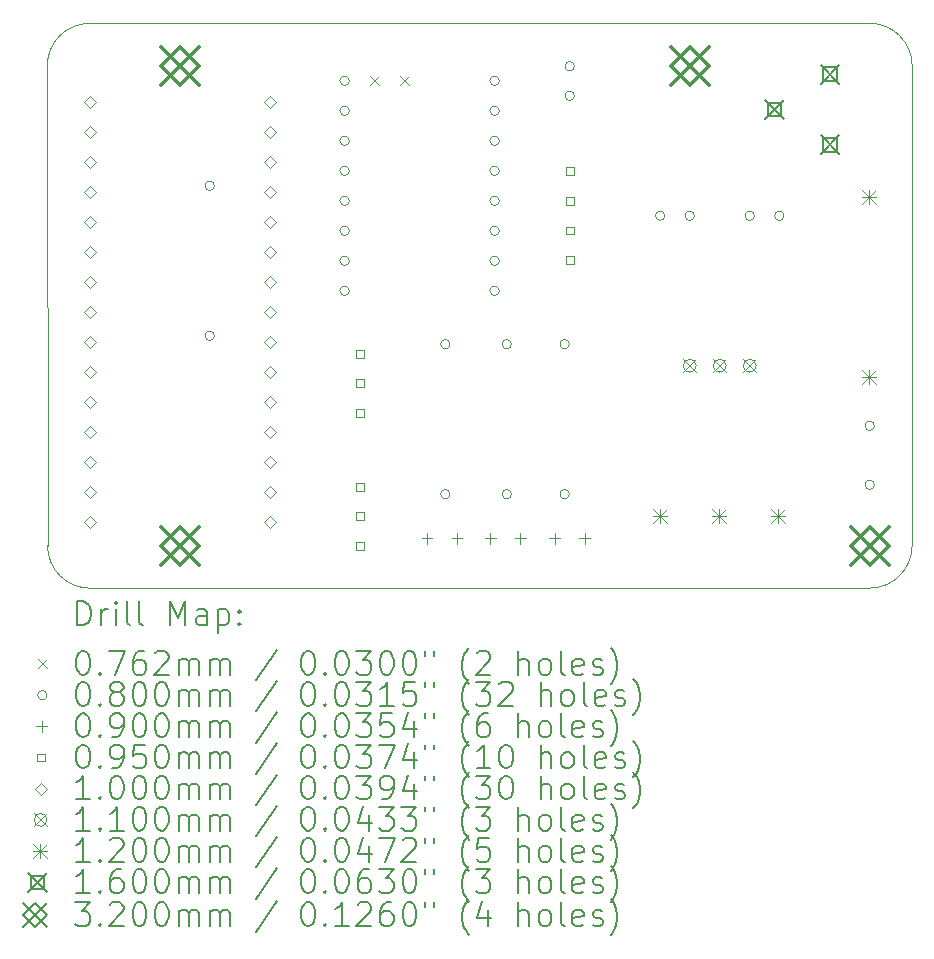
<source format=gbr>
%TF.GenerationSoftware,KiCad,Pcbnew,(6.0.9)*%
%TF.CreationDate,2024-01-01T16:13:23-07:00*%
%TF.ProjectId,Birds Nest,42697264-7320-44e6-9573-742e6b696361,rev?*%
%TF.SameCoordinates,Original*%
%TF.FileFunction,Drillmap*%
%TF.FilePolarity,Positive*%
%FSLAX45Y45*%
G04 Gerber Fmt 4.5, Leading zero omitted, Abs format (unit mm)*
G04 Created by KiCad (PCBNEW (6.0.9)) date 2024-01-01 16:13:23*
%MOMM*%
%LPD*%
G01*
G04 APERTURE LIST*
%ADD10C,0.038100*%
%ADD11C,0.200000*%
%ADD12C,0.076200*%
%ADD13C,0.080000*%
%ADD14C,0.090000*%
%ADD15C,0.095000*%
%ADD16C,0.100000*%
%ADD17C,0.110000*%
%ADD18C,0.120000*%
%ADD19C,0.160000*%
%ADD20C,0.320000*%
G04 APERTURE END LIST*
D10*
X11430000Y-6752790D02*
G75*
G03*
X11176000Y-6858000I0J-359210D01*
G01*
X11431875Y-11534929D02*
X18034000Y-11534725D01*
X11176000Y-6858000D02*
G75*
G03*
X11070790Y-7112000I254000J-254000D01*
G01*
X18393210Y-7112000D02*
X18392725Y-11176000D01*
X11072664Y-11175719D02*
G75*
G03*
X11177875Y-11429718I359206J-2D01*
G01*
X18288000Y-6858000D02*
G75*
G03*
X18034000Y-6752790I-254000J-254000D01*
G01*
X18034000Y-11534725D02*
G75*
G03*
X18392725Y-11176000I0J358725D01*
G01*
X18393210Y-7112000D02*
G75*
G03*
X18288000Y-6858000I-359210J0D01*
G01*
X11070790Y-7112000D02*
X11072665Y-11175719D01*
X11177873Y-11429721D02*
G75*
G03*
X11431875Y-11534929I253997J254001D01*
G01*
X18034000Y-6752790D02*
X11430000Y-6752790D01*
D11*
D12*
X13803900Y-7200900D02*
X13880100Y-7277100D01*
X13880100Y-7200900D02*
X13803900Y-7277100D01*
X14057900Y-7200900D02*
X14134100Y-7277100D01*
X14134100Y-7200900D02*
X14057900Y-7277100D01*
D13*
X12486000Y-8128000D02*
G75*
G03*
X12486000Y-8128000I-40000J0D01*
G01*
X12486000Y-9398000D02*
G75*
G03*
X12486000Y-9398000I-40000J0D01*
G01*
X13628000Y-7239000D02*
G75*
G03*
X13628000Y-7239000I-40000J0D01*
G01*
X13628000Y-7493000D02*
G75*
G03*
X13628000Y-7493000I-40000J0D01*
G01*
X13628000Y-7747000D02*
G75*
G03*
X13628000Y-7747000I-40000J0D01*
G01*
X13628000Y-8001000D02*
G75*
G03*
X13628000Y-8001000I-40000J0D01*
G01*
X13628000Y-8255000D02*
G75*
G03*
X13628000Y-8255000I-40000J0D01*
G01*
X13628000Y-8509000D02*
G75*
G03*
X13628000Y-8509000I-40000J0D01*
G01*
X13628000Y-8763000D02*
G75*
G03*
X13628000Y-8763000I-40000J0D01*
G01*
X13628000Y-9017000D02*
G75*
G03*
X13628000Y-9017000I-40000J0D01*
G01*
X14481223Y-9469558D02*
G75*
G03*
X14481223Y-9469558I-40000J0D01*
G01*
X14481223Y-10739558D02*
G75*
G03*
X14481223Y-10739558I-40000J0D01*
G01*
X14898000Y-7239000D02*
G75*
G03*
X14898000Y-7239000I-40000J0D01*
G01*
X14898000Y-7493000D02*
G75*
G03*
X14898000Y-7493000I-40000J0D01*
G01*
X14898000Y-7747000D02*
G75*
G03*
X14898000Y-7747000I-40000J0D01*
G01*
X14898000Y-8001000D02*
G75*
G03*
X14898000Y-8001000I-40000J0D01*
G01*
X14898000Y-8255000D02*
G75*
G03*
X14898000Y-8255000I-40000J0D01*
G01*
X14898000Y-8509000D02*
G75*
G03*
X14898000Y-8509000I-40000J0D01*
G01*
X14898000Y-8763000D02*
G75*
G03*
X14898000Y-8763000I-40000J0D01*
G01*
X14898000Y-9017000D02*
G75*
G03*
X14898000Y-9017000I-40000J0D01*
G01*
X15001359Y-9468836D02*
G75*
G03*
X15001359Y-9468836I-40000J0D01*
G01*
X15001359Y-10738836D02*
G75*
G03*
X15001359Y-10738836I-40000J0D01*
G01*
X15490889Y-9468836D02*
G75*
G03*
X15490889Y-9468836I-40000J0D01*
G01*
X15490889Y-10738836D02*
G75*
G03*
X15490889Y-10738836I-40000J0D01*
G01*
X15534000Y-7116000D02*
G75*
G03*
X15534000Y-7116000I-40000J0D01*
G01*
X15534000Y-7366000D02*
G75*
G03*
X15534000Y-7366000I-40000J0D01*
G01*
X16300000Y-8382000D02*
G75*
G03*
X16300000Y-8382000I-40000J0D01*
G01*
X16550000Y-8382000D02*
G75*
G03*
X16550000Y-8382000I-40000J0D01*
G01*
X17058000Y-8382000D02*
G75*
G03*
X17058000Y-8382000I-40000J0D01*
G01*
X17308000Y-8382000D02*
G75*
G03*
X17308000Y-8382000I-40000J0D01*
G01*
X18074000Y-10160000D02*
G75*
G03*
X18074000Y-10160000I-40000J0D01*
G01*
X18074000Y-10660000D02*
G75*
G03*
X18074000Y-10660000I-40000J0D01*
G01*
D14*
X14285996Y-11068555D02*
X14285996Y-11158555D01*
X14240996Y-11113555D02*
X14330996Y-11113555D01*
X14539996Y-11068555D02*
X14539996Y-11158555D01*
X14494996Y-11113555D02*
X14584996Y-11113555D01*
X14823129Y-11068555D02*
X14823129Y-11158555D01*
X14778129Y-11113555D02*
X14868129Y-11113555D01*
X15077129Y-11068555D02*
X15077129Y-11158555D01*
X15032129Y-11113555D02*
X15122129Y-11113555D01*
X15366746Y-11068555D02*
X15366746Y-11158555D01*
X15321746Y-11113555D02*
X15411746Y-11113555D01*
X15620746Y-11068555D02*
X15620746Y-11158555D01*
X15575746Y-11113555D02*
X15665746Y-11113555D01*
D15*
X13749588Y-9585537D02*
X13749588Y-9518361D01*
X13682412Y-9518361D01*
X13682412Y-9585537D01*
X13749588Y-9585537D01*
X13749588Y-9835537D02*
X13749588Y-9768361D01*
X13682412Y-9768361D01*
X13682412Y-9835537D01*
X13749588Y-9835537D01*
X13749588Y-10085537D02*
X13749588Y-10018361D01*
X13682412Y-10018361D01*
X13682412Y-10085537D01*
X13749588Y-10085537D01*
X13749588Y-10709588D02*
X13749588Y-10642412D01*
X13682412Y-10642412D01*
X13682412Y-10709588D01*
X13749588Y-10709588D01*
X13749588Y-10959588D02*
X13749588Y-10892412D01*
X13682412Y-10892412D01*
X13682412Y-10959588D01*
X13749588Y-10959588D01*
X13749588Y-11209588D02*
X13749588Y-11142412D01*
X13682412Y-11142412D01*
X13682412Y-11209588D01*
X13749588Y-11209588D01*
X15527588Y-8040588D02*
X15527588Y-7973412D01*
X15460412Y-7973412D01*
X15460412Y-8040588D01*
X15527588Y-8040588D01*
X15527588Y-8290588D02*
X15527588Y-8223412D01*
X15460412Y-8223412D01*
X15460412Y-8290588D01*
X15527588Y-8290588D01*
X15527588Y-8540588D02*
X15527588Y-8473412D01*
X15460412Y-8473412D01*
X15460412Y-8540588D01*
X15527588Y-8540588D01*
X15527588Y-8790588D02*
X15527588Y-8723412D01*
X15460412Y-8723412D01*
X15460412Y-8790588D01*
X15527588Y-8790588D01*
D16*
X11429500Y-7467000D02*
X11479500Y-7417000D01*
X11429500Y-7367000D01*
X11379500Y-7417000D01*
X11429500Y-7467000D01*
X11429500Y-7721000D02*
X11479500Y-7671000D01*
X11429500Y-7621000D01*
X11379500Y-7671000D01*
X11429500Y-7721000D01*
X11429500Y-7975000D02*
X11479500Y-7925000D01*
X11429500Y-7875000D01*
X11379500Y-7925000D01*
X11429500Y-7975000D01*
X11429500Y-8229000D02*
X11479500Y-8179000D01*
X11429500Y-8129000D01*
X11379500Y-8179000D01*
X11429500Y-8229000D01*
X11429500Y-8483000D02*
X11479500Y-8433000D01*
X11429500Y-8383000D01*
X11379500Y-8433000D01*
X11429500Y-8483000D01*
X11429500Y-8737000D02*
X11479500Y-8687000D01*
X11429500Y-8637000D01*
X11379500Y-8687000D01*
X11429500Y-8737000D01*
X11429500Y-8991000D02*
X11479500Y-8941000D01*
X11429500Y-8891000D01*
X11379500Y-8941000D01*
X11429500Y-8991000D01*
X11429500Y-9245000D02*
X11479500Y-9195000D01*
X11429500Y-9145000D01*
X11379500Y-9195000D01*
X11429500Y-9245000D01*
X11429500Y-9499000D02*
X11479500Y-9449000D01*
X11429500Y-9399000D01*
X11379500Y-9449000D01*
X11429500Y-9499000D01*
X11429500Y-9753000D02*
X11479500Y-9703000D01*
X11429500Y-9653000D01*
X11379500Y-9703000D01*
X11429500Y-9753000D01*
X11429500Y-10007000D02*
X11479500Y-9957000D01*
X11429500Y-9907000D01*
X11379500Y-9957000D01*
X11429500Y-10007000D01*
X11429500Y-10261000D02*
X11479500Y-10211000D01*
X11429500Y-10161000D01*
X11379500Y-10211000D01*
X11429500Y-10261000D01*
X11429500Y-10515000D02*
X11479500Y-10465000D01*
X11429500Y-10415000D01*
X11379500Y-10465000D01*
X11429500Y-10515000D01*
X11429500Y-10769000D02*
X11479500Y-10719000D01*
X11429500Y-10669000D01*
X11379500Y-10719000D01*
X11429500Y-10769000D01*
X11429500Y-11023000D02*
X11479500Y-10973000D01*
X11429500Y-10923000D01*
X11379500Y-10973000D01*
X11429500Y-11023000D01*
X12953500Y-7467000D02*
X13003500Y-7417000D01*
X12953500Y-7367000D01*
X12903500Y-7417000D01*
X12953500Y-7467000D01*
X12953500Y-7721000D02*
X13003500Y-7671000D01*
X12953500Y-7621000D01*
X12903500Y-7671000D01*
X12953500Y-7721000D01*
X12953500Y-7975000D02*
X13003500Y-7925000D01*
X12953500Y-7875000D01*
X12903500Y-7925000D01*
X12953500Y-7975000D01*
X12953500Y-8229000D02*
X13003500Y-8179000D01*
X12953500Y-8129000D01*
X12903500Y-8179000D01*
X12953500Y-8229000D01*
X12953500Y-8483000D02*
X13003500Y-8433000D01*
X12953500Y-8383000D01*
X12903500Y-8433000D01*
X12953500Y-8483000D01*
X12953500Y-8737000D02*
X13003500Y-8687000D01*
X12953500Y-8637000D01*
X12903500Y-8687000D01*
X12953500Y-8737000D01*
X12953500Y-8991000D02*
X13003500Y-8941000D01*
X12953500Y-8891000D01*
X12903500Y-8941000D01*
X12953500Y-8991000D01*
X12953500Y-9245000D02*
X13003500Y-9195000D01*
X12953500Y-9145000D01*
X12903500Y-9195000D01*
X12953500Y-9245000D01*
X12953500Y-9499000D02*
X13003500Y-9449000D01*
X12953500Y-9399000D01*
X12903500Y-9449000D01*
X12953500Y-9499000D01*
X12953500Y-9753000D02*
X13003500Y-9703000D01*
X12953500Y-9653000D01*
X12903500Y-9703000D01*
X12953500Y-9753000D01*
X12953500Y-10007000D02*
X13003500Y-9957000D01*
X12953500Y-9907000D01*
X12903500Y-9957000D01*
X12953500Y-10007000D01*
X12953500Y-10261000D02*
X13003500Y-10211000D01*
X12953500Y-10161000D01*
X12903500Y-10211000D01*
X12953500Y-10261000D01*
X12953500Y-10515000D02*
X13003500Y-10465000D01*
X12953500Y-10415000D01*
X12903500Y-10465000D01*
X12953500Y-10515000D01*
X12953500Y-10769000D02*
X13003500Y-10719000D01*
X12953500Y-10669000D01*
X12903500Y-10719000D01*
X12953500Y-10769000D01*
X12953500Y-11023000D02*
X13003500Y-10973000D01*
X12953500Y-10923000D01*
X12903500Y-10973000D01*
X12953500Y-11023000D01*
D17*
X16455000Y-9597000D02*
X16565000Y-9707000D01*
X16565000Y-9597000D02*
X16455000Y-9707000D01*
X16565000Y-9652000D02*
G75*
G03*
X16565000Y-9652000I-55000J0D01*
G01*
X16709000Y-9597000D02*
X16819000Y-9707000D01*
X16819000Y-9597000D02*
X16709000Y-9707000D01*
X16819000Y-9652000D02*
G75*
G03*
X16819000Y-9652000I-55000J0D01*
G01*
X16963000Y-9597000D02*
X17073000Y-9707000D01*
X17073000Y-9597000D02*
X16963000Y-9707000D01*
X17073000Y-9652000D02*
G75*
G03*
X17073000Y-9652000I-55000J0D01*
G01*
D18*
X16196000Y-10862000D02*
X16316000Y-10982000D01*
X16316000Y-10862000D02*
X16196000Y-10982000D01*
X16256000Y-10862000D02*
X16256000Y-10982000D01*
X16196000Y-10922000D02*
X16316000Y-10922000D01*
X16696000Y-10862000D02*
X16816000Y-10982000D01*
X16816000Y-10862000D02*
X16696000Y-10982000D01*
X16756000Y-10862000D02*
X16756000Y-10982000D01*
X16696000Y-10922000D02*
X16816000Y-10922000D01*
X17196000Y-10862000D02*
X17316000Y-10982000D01*
X17316000Y-10862000D02*
X17196000Y-10982000D01*
X17256000Y-10862000D02*
X17256000Y-10982000D01*
X17196000Y-10922000D02*
X17316000Y-10922000D01*
X17968627Y-8161225D02*
X18088627Y-8281225D01*
X18088627Y-8161225D02*
X17968627Y-8281225D01*
X18028627Y-8161225D02*
X18028627Y-8281225D01*
X17968627Y-8221225D02*
X18088627Y-8221225D01*
X17968627Y-9685225D02*
X18088627Y-9805225D01*
X18088627Y-9685225D02*
X17968627Y-9805225D01*
X18028627Y-9685225D02*
X18028627Y-9805225D01*
X17968627Y-9745225D02*
X18088627Y-9745225D01*
D19*
X17147702Y-7402405D02*
X17307702Y-7562405D01*
X17307702Y-7402405D02*
X17147702Y-7562405D01*
X17284271Y-7538974D02*
X17284271Y-7425836D01*
X17171133Y-7425836D01*
X17171133Y-7538974D01*
X17284271Y-7538974D01*
X17617702Y-7102405D02*
X17777702Y-7262405D01*
X17777702Y-7102405D02*
X17617702Y-7262405D01*
X17754271Y-7238974D02*
X17754271Y-7125836D01*
X17641133Y-7125836D01*
X17641133Y-7238974D01*
X17754271Y-7238974D01*
X17617702Y-7702405D02*
X17777702Y-7862405D01*
X17777702Y-7702405D02*
X17617702Y-7862405D01*
X17754271Y-7838974D02*
X17754271Y-7725836D01*
X17641133Y-7725836D01*
X17641133Y-7838974D01*
X17754271Y-7838974D01*
D20*
X12032000Y-6952000D02*
X12352000Y-7272000D01*
X12352000Y-6952000D02*
X12032000Y-7272000D01*
X12192000Y-7272000D02*
X12352000Y-7112000D01*
X12192000Y-6952000D01*
X12032000Y-7112000D01*
X12192000Y-7272000D01*
X12032000Y-11016000D02*
X12352000Y-11336000D01*
X12352000Y-11016000D02*
X12032000Y-11336000D01*
X12192000Y-11336000D02*
X12352000Y-11176000D01*
X12192000Y-11016000D01*
X12032000Y-11176000D01*
X12192000Y-11336000D01*
X16350000Y-6952000D02*
X16670000Y-7272000D01*
X16670000Y-6952000D02*
X16350000Y-7272000D01*
X16510000Y-7272000D02*
X16670000Y-7112000D01*
X16510000Y-6952000D01*
X16350000Y-7112000D01*
X16510000Y-7272000D01*
X17874000Y-11016000D02*
X18194000Y-11336000D01*
X18194000Y-11016000D02*
X17874000Y-11336000D01*
X18034000Y-11336000D02*
X18194000Y-11176000D01*
X18034000Y-11016000D01*
X17874000Y-11176000D01*
X18034000Y-11336000D01*
D11*
X11326504Y-11847310D02*
X11326504Y-11647310D01*
X11374123Y-11647310D01*
X11402694Y-11656834D01*
X11421742Y-11675881D01*
X11431266Y-11694929D01*
X11440789Y-11733024D01*
X11440789Y-11761596D01*
X11431266Y-11799691D01*
X11421742Y-11818738D01*
X11402694Y-11837786D01*
X11374123Y-11847310D01*
X11326504Y-11847310D01*
X11526504Y-11847310D02*
X11526504Y-11713976D01*
X11526504Y-11752072D02*
X11536028Y-11733024D01*
X11545551Y-11723500D01*
X11564599Y-11713976D01*
X11583647Y-11713976D01*
X11650313Y-11847310D02*
X11650313Y-11713976D01*
X11650313Y-11647310D02*
X11640789Y-11656834D01*
X11650313Y-11666357D01*
X11659837Y-11656834D01*
X11650313Y-11647310D01*
X11650313Y-11666357D01*
X11774123Y-11847310D02*
X11755075Y-11837786D01*
X11745551Y-11818738D01*
X11745551Y-11647310D01*
X11878885Y-11847310D02*
X11859837Y-11837786D01*
X11850313Y-11818738D01*
X11850313Y-11647310D01*
X12107456Y-11847310D02*
X12107456Y-11647310D01*
X12174123Y-11790167D01*
X12240789Y-11647310D01*
X12240789Y-11847310D01*
X12421742Y-11847310D02*
X12421742Y-11742548D01*
X12412218Y-11723500D01*
X12393170Y-11713976D01*
X12355075Y-11713976D01*
X12336028Y-11723500D01*
X12421742Y-11837786D02*
X12402694Y-11847310D01*
X12355075Y-11847310D01*
X12336028Y-11837786D01*
X12326504Y-11818738D01*
X12326504Y-11799691D01*
X12336028Y-11780643D01*
X12355075Y-11771119D01*
X12402694Y-11771119D01*
X12421742Y-11761596D01*
X12516980Y-11713976D02*
X12516980Y-11913976D01*
X12516980Y-11723500D02*
X12536028Y-11713976D01*
X12574123Y-11713976D01*
X12593170Y-11723500D01*
X12602694Y-11733024D01*
X12612218Y-11752072D01*
X12612218Y-11809215D01*
X12602694Y-11828262D01*
X12593170Y-11837786D01*
X12574123Y-11847310D01*
X12536028Y-11847310D01*
X12516980Y-11837786D01*
X12697932Y-11828262D02*
X12707456Y-11837786D01*
X12697932Y-11847310D01*
X12688409Y-11837786D01*
X12697932Y-11828262D01*
X12697932Y-11847310D01*
X12697932Y-11723500D02*
X12707456Y-11733024D01*
X12697932Y-11742548D01*
X12688409Y-11733024D01*
X12697932Y-11723500D01*
X12697932Y-11742548D01*
D12*
X10992685Y-12138734D02*
X11068885Y-12214934D01*
X11068885Y-12138734D02*
X10992685Y-12214934D01*
D11*
X11364599Y-12067310D02*
X11383647Y-12067310D01*
X11402694Y-12076834D01*
X11412218Y-12086357D01*
X11421742Y-12105405D01*
X11431266Y-12143500D01*
X11431266Y-12191119D01*
X11421742Y-12229215D01*
X11412218Y-12248262D01*
X11402694Y-12257786D01*
X11383647Y-12267310D01*
X11364599Y-12267310D01*
X11345551Y-12257786D01*
X11336028Y-12248262D01*
X11326504Y-12229215D01*
X11316980Y-12191119D01*
X11316980Y-12143500D01*
X11326504Y-12105405D01*
X11336028Y-12086357D01*
X11345551Y-12076834D01*
X11364599Y-12067310D01*
X11516980Y-12248262D02*
X11526504Y-12257786D01*
X11516980Y-12267310D01*
X11507456Y-12257786D01*
X11516980Y-12248262D01*
X11516980Y-12267310D01*
X11593170Y-12067310D02*
X11726504Y-12067310D01*
X11640789Y-12267310D01*
X11888409Y-12067310D02*
X11850313Y-12067310D01*
X11831266Y-12076834D01*
X11821742Y-12086357D01*
X11802694Y-12114929D01*
X11793170Y-12153024D01*
X11793170Y-12229215D01*
X11802694Y-12248262D01*
X11812218Y-12257786D01*
X11831266Y-12267310D01*
X11869361Y-12267310D01*
X11888409Y-12257786D01*
X11897932Y-12248262D01*
X11907456Y-12229215D01*
X11907456Y-12181596D01*
X11897932Y-12162548D01*
X11888409Y-12153024D01*
X11869361Y-12143500D01*
X11831266Y-12143500D01*
X11812218Y-12153024D01*
X11802694Y-12162548D01*
X11793170Y-12181596D01*
X11983647Y-12086357D02*
X11993170Y-12076834D01*
X12012218Y-12067310D01*
X12059837Y-12067310D01*
X12078885Y-12076834D01*
X12088409Y-12086357D01*
X12097932Y-12105405D01*
X12097932Y-12124453D01*
X12088409Y-12153024D01*
X11974123Y-12267310D01*
X12097932Y-12267310D01*
X12183647Y-12267310D02*
X12183647Y-12133976D01*
X12183647Y-12153024D02*
X12193170Y-12143500D01*
X12212218Y-12133976D01*
X12240789Y-12133976D01*
X12259837Y-12143500D01*
X12269361Y-12162548D01*
X12269361Y-12267310D01*
X12269361Y-12162548D02*
X12278885Y-12143500D01*
X12297932Y-12133976D01*
X12326504Y-12133976D01*
X12345551Y-12143500D01*
X12355075Y-12162548D01*
X12355075Y-12267310D01*
X12450313Y-12267310D02*
X12450313Y-12133976D01*
X12450313Y-12153024D02*
X12459837Y-12143500D01*
X12478885Y-12133976D01*
X12507456Y-12133976D01*
X12526504Y-12143500D01*
X12536028Y-12162548D01*
X12536028Y-12267310D01*
X12536028Y-12162548D02*
X12545551Y-12143500D01*
X12564599Y-12133976D01*
X12593170Y-12133976D01*
X12612218Y-12143500D01*
X12621742Y-12162548D01*
X12621742Y-12267310D01*
X13012218Y-12057786D02*
X12840789Y-12314929D01*
X13269361Y-12067310D02*
X13288409Y-12067310D01*
X13307456Y-12076834D01*
X13316980Y-12086357D01*
X13326504Y-12105405D01*
X13336028Y-12143500D01*
X13336028Y-12191119D01*
X13326504Y-12229215D01*
X13316980Y-12248262D01*
X13307456Y-12257786D01*
X13288409Y-12267310D01*
X13269361Y-12267310D01*
X13250313Y-12257786D01*
X13240789Y-12248262D01*
X13231266Y-12229215D01*
X13221742Y-12191119D01*
X13221742Y-12143500D01*
X13231266Y-12105405D01*
X13240789Y-12086357D01*
X13250313Y-12076834D01*
X13269361Y-12067310D01*
X13421742Y-12248262D02*
X13431266Y-12257786D01*
X13421742Y-12267310D01*
X13412218Y-12257786D01*
X13421742Y-12248262D01*
X13421742Y-12267310D01*
X13555075Y-12067310D02*
X13574123Y-12067310D01*
X13593170Y-12076834D01*
X13602694Y-12086357D01*
X13612218Y-12105405D01*
X13621742Y-12143500D01*
X13621742Y-12191119D01*
X13612218Y-12229215D01*
X13602694Y-12248262D01*
X13593170Y-12257786D01*
X13574123Y-12267310D01*
X13555075Y-12267310D01*
X13536028Y-12257786D01*
X13526504Y-12248262D01*
X13516980Y-12229215D01*
X13507456Y-12191119D01*
X13507456Y-12143500D01*
X13516980Y-12105405D01*
X13526504Y-12086357D01*
X13536028Y-12076834D01*
X13555075Y-12067310D01*
X13688409Y-12067310D02*
X13812218Y-12067310D01*
X13745551Y-12143500D01*
X13774123Y-12143500D01*
X13793170Y-12153024D01*
X13802694Y-12162548D01*
X13812218Y-12181596D01*
X13812218Y-12229215D01*
X13802694Y-12248262D01*
X13793170Y-12257786D01*
X13774123Y-12267310D01*
X13716980Y-12267310D01*
X13697932Y-12257786D01*
X13688409Y-12248262D01*
X13936028Y-12067310D02*
X13955075Y-12067310D01*
X13974123Y-12076834D01*
X13983647Y-12086357D01*
X13993170Y-12105405D01*
X14002694Y-12143500D01*
X14002694Y-12191119D01*
X13993170Y-12229215D01*
X13983647Y-12248262D01*
X13974123Y-12257786D01*
X13955075Y-12267310D01*
X13936028Y-12267310D01*
X13916980Y-12257786D01*
X13907456Y-12248262D01*
X13897932Y-12229215D01*
X13888409Y-12191119D01*
X13888409Y-12143500D01*
X13897932Y-12105405D01*
X13907456Y-12086357D01*
X13916980Y-12076834D01*
X13936028Y-12067310D01*
X14126504Y-12067310D02*
X14145551Y-12067310D01*
X14164599Y-12076834D01*
X14174123Y-12086357D01*
X14183647Y-12105405D01*
X14193170Y-12143500D01*
X14193170Y-12191119D01*
X14183647Y-12229215D01*
X14174123Y-12248262D01*
X14164599Y-12257786D01*
X14145551Y-12267310D01*
X14126504Y-12267310D01*
X14107456Y-12257786D01*
X14097932Y-12248262D01*
X14088409Y-12229215D01*
X14078885Y-12191119D01*
X14078885Y-12143500D01*
X14088409Y-12105405D01*
X14097932Y-12086357D01*
X14107456Y-12076834D01*
X14126504Y-12067310D01*
X14269361Y-12067310D02*
X14269361Y-12105405D01*
X14345551Y-12067310D02*
X14345551Y-12105405D01*
X14640789Y-12343500D02*
X14631266Y-12333976D01*
X14612218Y-12305405D01*
X14602694Y-12286357D01*
X14593170Y-12257786D01*
X14583647Y-12210167D01*
X14583647Y-12172072D01*
X14593170Y-12124453D01*
X14602694Y-12095881D01*
X14612218Y-12076834D01*
X14631266Y-12048262D01*
X14640789Y-12038738D01*
X14707456Y-12086357D02*
X14716980Y-12076834D01*
X14736028Y-12067310D01*
X14783647Y-12067310D01*
X14802694Y-12076834D01*
X14812218Y-12086357D01*
X14821742Y-12105405D01*
X14821742Y-12124453D01*
X14812218Y-12153024D01*
X14697932Y-12267310D01*
X14821742Y-12267310D01*
X15059837Y-12267310D02*
X15059837Y-12067310D01*
X15145551Y-12267310D02*
X15145551Y-12162548D01*
X15136028Y-12143500D01*
X15116980Y-12133976D01*
X15088409Y-12133976D01*
X15069361Y-12143500D01*
X15059837Y-12153024D01*
X15269361Y-12267310D02*
X15250313Y-12257786D01*
X15240789Y-12248262D01*
X15231266Y-12229215D01*
X15231266Y-12172072D01*
X15240789Y-12153024D01*
X15250313Y-12143500D01*
X15269361Y-12133976D01*
X15297932Y-12133976D01*
X15316980Y-12143500D01*
X15326504Y-12153024D01*
X15336028Y-12172072D01*
X15336028Y-12229215D01*
X15326504Y-12248262D01*
X15316980Y-12257786D01*
X15297932Y-12267310D01*
X15269361Y-12267310D01*
X15450313Y-12267310D02*
X15431266Y-12257786D01*
X15421742Y-12238738D01*
X15421742Y-12067310D01*
X15602694Y-12257786D02*
X15583647Y-12267310D01*
X15545551Y-12267310D01*
X15526504Y-12257786D01*
X15516980Y-12238738D01*
X15516980Y-12162548D01*
X15526504Y-12143500D01*
X15545551Y-12133976D01*
X15583647Y-12133976D01*
X15602694Y-12143500D01*
X15612218Y-12162548D01*
X15612218Y-12181596D01*
X15516980Y-12200643D01*
X15688409Y-12257786D02*
X15707456Y-12267310D01*
X15745551Y-12267310D01*
X15764599Y-12257786D01*
X15774123Y-12238738D01*
X15774123Y-12229215D01*
X15764599Y-12210167D01*
X15745551Y-12200643D01*
X15716980Y-12200643D01*
X15697932Y-12191119D01*
X15688409Y-12172072D01*
X15688409Y-12162548D01*
X15697932Y-12143500D01*
X15716980Y-12133976D01*
X15745551Y-12133976D01*
X15764599Y-12143500D01*
X15840789Y-12343500D02*
X15850313Y-12333976D01*
X15869361Y-12305405D01*
X15878885Y-12286357D01*
X15888409Y-12257786D01*
X15897932Y-12210167D01*
X15897932Y-12172072D01*
X15888409Y-12124453D01*
X15878885Y-12095881D01*
X15869361Y-12076834D01*
X15850313Y-12048262D01*
X15840789Y-12038738D01*
D13*
X11068885Y-12440834D02*
G75*
G03*
X11068885Y-12440834I-40000J0D01*
G01*
D11*
X11364599Y-12331310D02*
X11383647Y-12331310D01*
X11402694Y-12340834D01*
X11412218Y-12350357D01*
X11421742Y-12369405D01*
X11431266Y-12407500D01*
X11431266Y-12455119D01*
X11421742Y-12493215D01*
X11412218Y-12512262D01*
X11402694Y-12521786D01*
X11383647Y-12531310D01*
X11364599Y-12531310D01*
X11345551Y-12521786D01*
X11336028Y-12512262D01*
X11326504Y-12493215D01*
X11316980Y-12455119D01*
X11316980Y-12407500D01*
X11326504Y-12369405D01*
X11336028Y-12350357D01*
X11345551Y-12340834D01*
X11364599Y-12331310D01*
X11516980Y-12512262D02*
X11526504Y-12521786D01*
X11516980Y-12531310D01*
X11507456Y-12521786D01*
X11516980Y-12512262D01*
X11516980Y-12531310D01*
X11640789Y-12417024D02*
X11621742Y-12407500D01*
X11612218Y-12397976D01*
X11602694Y-12378929D01*
X11602694Y-12369405D01*
X11612218Y-12350357D01*
X11621742Y-12340834D01*
X11640789Y-12331310D01*
X11678885Y-12331310D01*
X11697932Y-12340834D01*
X11707456Y-12350357D01*
X11716980Y-12369405D01*
X11716980Y-12378929D01*
X11707456Y-12397976D01*
X11697932Y-12407500D01*
X11678885Y-12417024D01*
X11640789Y-12417024D01*
X11621742Y-12426548D01*
X11612218Y-12436072D01*
X11602694Y-12455119D01*
X11602694Y-12493215D01*
X11612218Y-12512262D01*
X11621742Y-12521786D01*
X11640789Y-12531310D01*
X11678885Y-12531310D01*
X11697932Y-12521786D01*
X11707456Y-12512262D01*
X11716980Y-12493215D01*
X11716980Y-12455119D01*
X11707456Y-12436072D01*
X11697932Y-12426548D01*
X11678885Y-12417024D01*
X11840789Y-12331310D02*
X11859837Y-12331310D01*
X11878885Y-12340834D01*
X11888409Y-12350357D01*
X11897932Y-12369405D01*
X11907456Y-12407500D01*
X11907456Y-12455119D01*
X11897932Y-12493215D01*
X11888409Y-12512262D01*
X11878885Y-12521786D01*
X11859837Y-12531310D01*
X11840789Y-12531310D01*
X11821742Y-12521786D01*
X11812218Y-12512262D01*
X11802694Y-12493215D01*
X11793170Y-12455119D01*
X11793170Y-12407500D01*
X11802694Y-12369405D01*
X11812218Y-12350357D01*
X11821742Y-12340834D01*
X11840789Y-12331310D01*
X12031266Y-12331310D02*
X12050313Y-12331310D01*
X12069361Y-12340834D01*
X12078885Y-12350357D01*
X12088409Y-12369405D01*
X12097932Y-12407500D01*
X12097932Y-12455119D01*
X12088409Y-12493215D01*
X12078885Y-12512262D01*
X12069361Y-12521786D01*
X12050313Y-12531310D01*
X12031266Y-12531310D01*
X12012218Y-12521786D01*
X12002694Y-12512262D01*
X11993170Y-12493215D01*
X11983647Y-12455119D01*
X11983647Y-12407500D01*
X11993170Y-12369405D01*
X12002694Y-12350357D01*
X12012218Y-12340834D01*
X12031266Y-12331310D01*
X12183647Y-12531310D02*
X12183647Y-12397976D01*
X12183647Y-12417024D02*
X12193170Y-12407500D01*
X12212218Y-12397976D01*
X12240789Y-12397976D01*
X12259837Y-12407500D01*
X12269361Y-12426548D01*
X12269361Y-12531310D01*
X12269361Y-12426548D02*
X12278885Y-12407500D01*
X12297932Y-12397976D01*
X12326504Y-12397976D01*
X12345551Y-12407500D01*
X12355075Y-12426548D01*
X12355075Y-12531310D01*
X12450313Y-12531310D02*
X12450313Y-12397976D01*
X12450313Y-12417024D02*
X12459837Y-12407500D01*
X12478885Y-12397976D01*
X12507456Y-12397976D01*
X12526504Y-12407500D01*
X12536028Y-12426548D01*
X12536028Y-12531310D01*
X12536028Y-12426548D02*
X12545551Y-12407500D01*
X12564599Y-12397976D01*
X12593170Y-12397976D01*
X12612218Y-12407500D01*
X12621742Y-12426548D01*
X12621742Y-12531310D01*
X13012218Y-12321786D02*
X12840789Y-12578929D01*
X13269361Y-12331310D02*
X13288409Y-12331310D01*
X13307456Y-12340834D01*
X13316980Y-12350357D01*
X13326504Y-12369405D01*
X13336028Y-12407500D01*
X13336028Y-12455119D01*
X13326504Y-12493215D01*
X13316980Y-12512262D01*
X13307456Y-12521786D01*
X13288409Y-12531310D01*
X13269361Y-12531310D01*
X13250313Y-12521786D01*
X13240789Y-12512262D01*
X13231266Y-12493215D01*
X13221742Y-12455119D01*
X13221742Y-12407500D01*
X13231266Y-12369405D01*
X13240789Y-12350357D01*
X13250313Y-12340834D01*
X13269361Y-12331310D01*
X13421742Y-12512262D02*
X13431266Y-12521786D01*
X13421742Y-12531310D01*
X13412218Y-12521786D01*
X13421742Y-12512262D01*
X13421742Y-12531310D01*
X13555075Y-12331310D02*
X13574123Y-12331310D01*
X13593170Y-12340834D01*
X13602694Y-12350357D01*
X13612218Y-12369405D01*
X13621742Y-12407500D01*
X13621742Y-12455119D01*
X13612218Y-12493215D01*
X13602694Y-12512262D01*
X13593170Y-12521786D01*
X13574123Y-12531310D01*
X13555075Y-12531310D01*
X13536028Y-12521786D01*
X13526504Y-12512262D01*
X13516980Y-12493215D01*
X13507456Y-12455119D01*
X13507456Y-12407500D01*
X13516980Y-12369405D01*
X13526504Y-12350357D01*
X13536028Y-12340834D01*
X13555075Y-12331310D01*
X13688409Y-12331310D02*
X13812218Y-12331310D01*
X13745551Y-12407500D01*
X13774123Y-12407500D01*
X13793170Y-12417024D01*
X13802694Y-12426548D01*
X13812218Y-12445596D01*
X13812218Y-12493215D01*
X13802694Y-12512262D01*
X13793170Y-12521786D01*
X13774123Y-12531310D01*
X13716980Y-12531310D01*
X13697932Y-12521786D01*
X13688409Y-12512262D01*
X14002694Y-12531310D02*
X13888409Y-12531310D01*
X13945551Y-12531310D02*
X13945551Y-12331310D01*
X13926504Y-12359881D01*
X13907456Y-12378929D01*
X13888409Y-12388453D01*
X14183647Y-12331310D02*
X14088409Y-12331310D01*
X14078885Y-12426548D01*
X14088409Y-12417024D01*
X14107456Y-12407500D01*
X14155075Y-12407500D01*
X14174123Y-12417024D01*
X14183647Y-12426548D01*
X14193170Y-12445596D01*
X14193170Y-12493215D01*
X14183647Y-12512262D01*
X14174123Y-12521786D01*
X14155075Y-12531310D01*
X14107456Y-12531310D01*
X14088409Y-12521786D01*
X14078885Y-12512262D01*
X14269361Y-12331310D02*
X14269361Y-12369405D01*
X14345551Y-12331310D02*
X14345551Y-12369405D01*
X14640789Y-12607500D02*
X14631266Y-12597976D01*
X14612218Y-12569405D01*
X14602694Y-12550357D01*
X14593170Y-12521786D01*
X14583647Y-12474167D01*
X14583647Y-12436072D01*
X14593170Y-12388453D01*
X14602694Y-12359881D01*
X14612218Y-12340834D01*
X14631266Y-12312262D01*
X14640789Y-12302738D01*
X14697932Y-12331310D02*
X14821742Y-12331310D01*
X14755075Y-12407500D01*
X14783647Y-12407500D01*
X14802694Y-12417024D01*
X14812218Y-12426548D01*
X14821742Y-12445596D01*
X14821742Y-12493215D01*
X14812218Y-12512262D01*
X14802694Y-12521786D01*
X14783647Y-12531310D01*
X14726504Y-12531310D01*
X14707456Y-12521786D01*
X14697932Y-12512262D01*
X14897932Y-12350357D02*
X14907456Y-12340834D01*
X14926504Y-12331310D01*
X14974123Y-12331310D01*
X14993170Y-12340834D01*
X15002694Y-12350357D01*
X15012218Y-12369405D01*
X15012218Y-12388453D01*
X15002694Y-12417024D01*
X14888409Y-12531310D01*
X15012218Y-12531310D01*
X15250313Y-12531310D02*
X15250313Y-12331310D01*
X15336028Y-12531310D02*
X15336028Y-12426548D01*
X15326504Y-12407500D01*
X15307456Y-12397976D01*
X15278885Y-12397976D01*
X15259837Y-12407500D01*
X15250313Y-12417024D01*
X15459837Y-12531310D02*
X15440789Y-12521786D01*
X15431266Y-12512262D01*
X15421742Y-12493215D01*
X15421742Y-12436072D01*
X15431266Y-12417024D01*
X15440789Y-12407500D01*
X15459837Y-12397976D01*
X15488409Y-12397976D01*
X15507456Y-12407500D01*
X15516980Y-12417024D01*
X15526504Y-12436072D01*
X15526504Y-12493215D01*
X15516980Y-12512262D01*
X15507456Y-12521786D01*
X15488409Y-12531310D01*
X15459837Y-12531310D01*
X15640789Y-12531310D02*
X15621742Y-12521786D01*
X15612218Y-12502738D01*
X15612218Y-12331310D01*
X15793170Y-12521786D02*
X15774123Y-12531310D01*
X15736028Y-12531310D01*
X15716980Y-12521786D01*
X15707456Y-12502738D01*
X15707456Y-12426548D01*
X15716980Y-12407500D01*
X15736028Y-12397976D01*
X15774123Y-12397976D01*
X15793170Y-12407500D01*
X15802694Y-12426548D01*
X15802694Y-12445596D01*
X15707456Y-12464643D01*
X15878885Y-12521786D02*
X15897932Y-12531310D01*
X15936028Y-12531310D01*
X15955075Y-12521786D01*
X15964599Y-12502738D01*
X15964599Y-12493215D01*
X15955075Y-12474167D01*
X15936028Y-12464643D01*
X15907456Y-12464643D01*
X15888409Y-12455119D01*
X15878885Y-12436072D01*
X15878885Y-12426548D01*
X15888409Y-12407500D01*
X15907456Y-12397976D01*
X15936028Y-12397976D01*
X15955075Y-12407500D01*
X16031266Y-12607500D02*
X16040789Y-12597976D01*
X16059837Y-12569405D01*
X16069361Y-12550357D01*
X16078885Y-12521786D01*
X16088409Y-12474167D01*
X16088409Y-12436072D01*
X16078885Y-12388453D01*
X16069361Y-12359881D01*
X16059837Y-12340834D01*
X16040789Y-12312262D01*
X16031266Y-12302738D01*
D14*
X11023885Y-12659834D02*
X11023885Y-12749834D01*
X10978885Y-12704834D02*
X11068885Y-12704834D01*
D11*
X11364599Y-12595310D02*
X11383647Y-12595310D01*
X11402694Y-12604834D01*
X11412218Y-12614357D01*
X11421742Y-12633405D01*
X11431266Y-12671500D01*
X11431266Y-12719119D01*
X11421742Y-12757215D01*
X11412218Y-12776262D01*
X11402694Y-12785786D01*
X11383647Y-12795310D01*
X11364599Y-12795310D01*
X11345551Y-12785786D01*
X11336028Y-12776262D01*
X11326504Y-12757215D01*
X11316980Y-12719119D01*
X11316980Y-12671500D01*
X11326504Y-12633405D01*
X11336028Y-12614357D01*
X11345551Y-12604834D01*
X11364599Y-12595310D01*
X11516980Y-12776262D02*
X11526504Y-12785786D01*
X11516980Y-12795310D01*
X11507456Y-12785786D01*
X11516980Y-12776262D01*
X11516980Y-12795310D01*
X11621742Y-12795310D02*
X11659837Y-12795310D01*
X11678885Y-12785786D01*
X11688409Y-12776262D01*
X11707456Y-12747691D01*
X11716980Y-12709596D01*
X11716980Y-12633405D01*
X11707456Y-12614357D01*
X11697932Y-12604834D01*
X11678885Y-12595310D01*
X11640789Y-12595310D01*
X11621742Y-12604834D01*
X11612218Y-12614357D01*
X11602694Y-12633405D01*
X11602694Y-12681024D01*
X11612218Y-12700072D01*
X11621742Y-12709596D01*
X11640789Y-12719119D01*
X11678885Y-12719119D01*
X11697932Y-12709596D01*
X11707456Y-12700072D01*
X11716980Y-12681024D01*
X11840789Y-12595310D02*
X11859837Y-12595310D01*
X11878885Y-12604834D01*
X11888409Y-12614357D01*
X11897932Y-12633405D01*
X11907456Y-12671500D01*
X11907456Y-12719119D01*
X11897932Y-12757215D01*
X11888409Y-12776262D01*
X11878885Y-12785786D01*
X11859837Y-12795310D01*
X11840789Y-12795310D01*
X11821742Y-12785786D01*
X11812218Y-12776262D01*
X11802694Y-12757215D01*
X11793170Y-12719119D01*
X11793170Y-12671500D01*
X11802694Y-12633405D01*
X11812218Y-12614357D01*
X11821742Y-12604834D01*
X11840789Y-12595310D01*
X12031266Y-12595310D02*
X12050313Y-12595310D01*
X12069361Y-12604834D01*
X12078885Y-12614357D01*
X12088409Y-12633405D01*
X12097932Y-12671500D01*
X12097932Y-12719119D01*
X12088409Y-12757215D01*
X12078885Y-12776262D01*
X12069361Y-12785786D01*
X12050313Y-12795310D01*
X12031266Y-12795310D01*
X12012218Y-12785786D01*
X12002694Y-12776262D01*
X11993170Y-12757215D01*
X11983647Y-12719119D01*
X11983647Y-12671500D01*
X11993170Y-12633405D01*
X12002694Y-12614357D01*
X12012218Y-12604834D01*
X12031266Y-12595310D01*
X12183647Y-12795310D02*
X12183647Y-12661976D01*
X12183647Y-12681024D02*
X12193170Y-12671500D01*
X12212218Y-12661976D01*
X12240789Y-12661976D01*
X12259837Y-12671500D01*
X12269361Y-12690548D01*
X12269361Y-12795310D01*
X12269361Y-12690548D02*
X12278885Y-12671500D01*
X12297932Y-12661976D01*
X12326504Y-12661976D01*
X12345551Y-12671500D01*
X12355075Y-12690548D01*
X12355075Y-12795310D01*
X12450313Y-12795310D02*
X12450313Y-12661976D01*
X12450313Y-12681024D02*
X12459837Y-12671500D01*
X12478885Y-12661976D01*
X12507456Y-12661976D01*
X12526504Y-12671500D01*
X12536028Y-12690548D01*
X12536028Y-12795310D01*
X12536028Y-12690548D02*
X12545551Y-12671500D01*
X12564599Y-12661976D01*
X12593170Y-12661976D01*
X12612218Y-12671500D01*
X12621742Y-12690548D01*
X12621742Y-12795310D01*
X13012218Y-12585786D02*
X12840789Y-12842929D01*
X13269361Y-12595310D02*
X13288409Y-12595310D01*
X13307456Y-12604834D01*
X13316980Y-12614357D01*
X13326504Y-12633405D01*
X13336028Y-12671500D01*
X13336028Y-12719119D01*
X13326504Y-12757215D01*
X13316980Y-12776262D01*
X13307456Y-12785786D01*
X13288409Y-12795310D01*
X13269361Y-12795310D01*
X13250313Y-12785786D01*
X13240789Y-12776262D01*
X13231266Y-12757215D01*
X13221742Y-12719119D01*
X13221742Y-12671500D01*
X13231266Y-12633405D01*
X13240789Y-12614357D01*
X13250313Y-12604834D01*
X13269361Y-12595310D01*
X13421742Y-12776262D02*
X13431266Y-12785786D01*
X13421742Y-12795310D01*
X13412218Y-12785786D01*
X13421742Y-12776262D01*
X13421742Y-12795310D01*
X13555075Y-12595310D02*
X13574123Y-12595310D01*
X13593170Y-12604834D01*
X13602694Y-12614357D01*
X13612218Y-12633405D01*
X13621742Y-12671500D01*
X13621742Y-12719119D01*
X13612218Y-12757215D01*
X13602694Y-12776262D01*
X13593170Y-12785786D01*
X13574123Y-12795310D01*
X13555075Y-12795310D01*
X13536028Y-12785786D01*
X13526504Y-12776262D01*
X13516980Y-12757215D01*
X13507456Y-12719119D01*
X13507456Y-12671500D01*
X13516980Y-12633405D01*
X13526504Y-12614357D01*
X13536028Y-12604834D01*
X13555075Y-12595310D01*
X13688409Y-12595310D02*
X13812218Y-12595310D01*
X13745551Y-12671500D01*
X13774123Y-12671500D01*
X13793170Y-12681024D01*
X13802694Y-12690548D01*
X13812218Y-12709596D01*
X13812218Y-12757215D01*
X13802694Y-12776262D01*
X13793170Y-12785786D01*
X13774123Y-12795310D01*
X13716980Y-12795310D01*
X13697932Y-12785786D01*
X13688409Y-12776262D01*
X13993170Y-12595310D02*
X13897932Y-12595310D01*
X13888409Y-12690548D01*
X13897932Y-12681024D01*
X13916980Y-12671500D01*
X13964599Y-12671500D01*
X13983647Y-12681024D01*
X13993170Y-12690548D01*
X14002694Y-12709596D01*
X14002694Y-12757215D01*
X13993170Y-12776262D01*
X13983647Y-12785786D01*
X13964599Y-12795310D01*
X13916980Y-12795310D01*
X13897932Y-12785786D01*
X13888409Y-12776262D01*
X14174123Y-12661976D02*
X14174123Y-12795310D01*
X14126504Y-12585786D02*
X14078885Y-12728643D01*
X14202694Y-12728643D01*
X14269361Y-12595310D02*
X14269361Y-12633405D01*
X14345551Y-12595310D02*
X14345551Y-12633405D01*
X14640789Y-12871500D02*
X14631266Y-12861976D01*
X14612218Y-12833405D01*
X14602694Y-12814357D01*
X14593170Y-12785786D01*
X14583647Y-12738167D01*
X14583647Y-12700072D01*
X14593170Y-12652453D01*
X14602694Y-12623881D01*
X14612218Y-12604834D01*
X14631266Y-12576262D01*
X14640789Y-12566738D01*
X14802694Y-12595310D02*
X14764599Y-12595310D01*
X14745551Y-12604834D01*
X14736028Y-12614357D01*
X14716980Y-12642929D01*
X14707456Y-12681024D01*
X14707456Y-12757215D01*
X14716980Y-12776262D01*
X14726504Y-12785786D01*
X14745551Y-12795310D01*
X14783647Y-12795310D01*
X14802694Y-12785786D01*
X14812218Y-12776262D01*
X14821742Y-12757215D01*
X14821742Y-12709596D01*
X14812218Y-12690548D01*
X14802694Y-12681024D01*
X14783647Y-12671500D01*
X14745551Y-12671500D01*
X14726504Y-12681024D01*
X14716980Y-12690548D01*
X14707456Y-12709596D01*
X15059837Y-12795310D02*
X15059837Y-12595310D01*
X15145551Y-12795310D02*
X15145551Y-12690548D01*
X15136028Y-12671500D01*
X15116980Y-12661976D01*
X15088409Y-12661976D01*
X15069361Y-12671500D01*
X15059837Y-12681024D01*
X15269361Y-12795310D02*
X15250313Y-12785786D01*
X15240789Y-12776262D01*
X15231266Y-12757215D01*
X15231266Y-12700072D01*
X15240789Y-12681024D01*
X15250313Y-12671500D01*
X15269361Y-12661976D01*
X15297932Y-12661976D01*
X15316980Y-12671500D01*
X15326504Y-12681024D01*
X15336028Y-12700072D01*
X15336028Y-12757215D01*
X15326504Y-12776262D01*
X15316980Y-12785786D01*
X15297932Y-12795310D01*
X15269361Y-12795310D01*
X15450313Y-12795310D02*
X15431266Y-12785786D01*
X15421742Y-12766738D01*
X15421742Y-12595310D01*
X15602694Y-12785786D02*
X15583647Y-12795310D01*
X15545551Y-12795310D01*
X15526504Y-12785786D01*
X15516980Y-12766738D01*
X15516980Y-12690548D01*
X15526504Y-12671500D01*
X15545551Y-12661976D01*
X15583647Y-12661976D01*
X15602694Y-12671500D01*
X15612218Y-12690548D01*
X15612218Y-12709596D01*
X15516980Y-12728643D01*
X15688409Y-12785786D02*
X15707456Y-12795310D01*
X15745551Y-12795310D01*
X15764599Y-12785786D01*
X15774123Y-12766738D01*
X15774123Y-12757215D01*
X15764599Y-12738167D01*
X15745551Y-12728643D01*
X15716980Y-12728643D01*
X15697932Y-12719119D01*
X15688409Y-12700072D01*
X15688409Y-12690548D01*
X15697932Y-12671500D01*
X15716980Y-12661976D01*
X15745551Y-12661976D01*
X15764599Y-12671500D01*
X15840789Y-12871500D02*
X15850313Y-12861976D01*
X15869361Y-12833405D01*
X15878885Y-12814357D01*
X15888409Y-12785786D01*
X15897932Y-12738167D01*
X15897932Y-12700072D01*
X15888409Y-12652453D01*
X15878885Y-12623881D01*
X15869361Y-12604834D01*
X15850313Y-12576262D01*
X15840789Y-12566738D01*
D15*
X11054973Y-13002422D02*
X11054973Y-12935246D01*
X10987797Y-12935246D01*
X10987797Y-13002422D01*
X11054973Y-13002422D01*
D11*
X11364599Y-12859310D02*
X11383647Y-12859310D01*
X11402694Y-12868834D01*
X11412218Y-12878357D01*
X11421742Y-12897405D01*
X11431266Y-12935500D01*
X11431266Y-12983119D01*
X11421742Y-13021215D01*
X11412218Y-13040262D01*
X11402694Y-13049786D01*
X11383647Y-13059310D01*
X11364599Y-13059310D01*
X11345551Y-13049786D01*
X11336028Y-13040262D01*
X11326504Y-13021215D01*
X11316980Y-12983119D01*
X11316980Y-12935500D01*
X11326504Y-12897405D01*
X11336028Y-12878357D01*
X11345551Y-12868834D01*
X11364599Y-12859310D01*
X11516980Y-13040262D02*
X11526504Y-13049786D01*
X11516980Y-13059310D01*
X11507456Y-13049786D01*
X11516980Y-13040262D01*
X11516980Y-13059310D01*
X11621742Y-13059310D02*
X11659837Y-13059310D01*
X11678885Y-13049786D01*
X11688409Y-13040262D01*
X11707456Y-13011691D01*
X11716980Y-12973596D01*
X11716980Y-12897405D01*
X11707456Y-12878357D01*
X11697932Y-12868834D01*
X11678885Y-12859310D01*
X11640789Y-12859310D01*
X11621742Y-12868834D01*
X11612218Y-12878357D01*
X11602694Y-12897405D01*
X11602694Y-12945024D01*
X11612218Y-12964072D01*
X11621742Y-12973596D01*
X11640789Y-12983119D01*
X11678885Y-12983119D01*
X11697932Y-12973596D01*
X11707456Y-12964072D01*
X11716980Y-12945024D01*
X11897932Y-12859310D02*
X11802694Y-12859310D01*
X11793170Y-12954548D01*
X11802694Y-12945024D01*
X11821742Y-12935500D01*
X11869361Y-12935500D01*
X11888409Y-12945024D01*
X11897932Y-12954548D01*
X11907456Y-12973596D01*
X11907456Y-13021215D01*
X11897932Y-13040262D01*
X11888409Y-13049786D01*
X11869361Y-13059310D01*
X11821742Y-13059310D01*
X11802694Y-13049786D01*
X11793170Y-13040262D01*
X12031266Y-12859310D02*
X12050313Y-12859310D01*
X12069361Y-12868834D01*
X12078885Y-12878357D01*
X12088409Y-12897405D01*
X12097932Y-12935500D01*
X12097932Y-12983119D01*
X12088409Y-13021215D01*
X12078885Y-13040262D01*
X12069361Y-13049786D01*
X12050313Y-13059310D01*
X12031266Y-13059310D01*
X12012218Y-13049786D01*
X12002694Y-13040262D01*
X11993170Y-13021215D01*
X11983647Y-12983119D01*
X11983647Y-12935500D01*
X11993170Y-12897405D01*
X12002694Y-12878357D01*
X12012218Y-12868834D01*
X12031266Y-12859310D01*
X12183647Y-13059310D02*
X12183647Y-12925976D01*
X12183647Y-12945024D02*
X12193170Y-12935500D01*
X12212218Y-12925976D01*
X12240789Y-12925976D01*
X12259837Y-12935500D01*
X12269361Y-12954548D01*
X12269361Y-13059310D01*
X12269361Y-12954548D02*
X12278885Y-12935500D01*
X12297932Y-12925976D01*
X12326504Y-12925976D01*
X12345551Y-12935500D01*
X12355075Y-12954548D01*
X12355075Y-13059310D01*
X12450313Y-13059310D02*
X12450313Y-12925976D01*
X12450313Y-12945024D02*
X12459837Y-12935500D01*
X12478885Y-12925976D01*
X12507456Y-12925976D01*
X12526504Y-12935500D01*
X12536028Y-12954548D01*
X12536028Y-13059310D01*
X12536028Y-12954548D02*
X12545551Y-12935500D01*
X12564599Y-12925976D01*
X12593170Y-12925976D01*
X12612218Y-12935500D01*
X12621742Y-12954548D01*
X12621742Y-13059310D01*
X13012218Y-12849786D02*
X12840789Y-13106929D01*
X13269361Y-12859310D02*
X13288409Y-12859310D01*
X13307456Y-12868834D01*
X13316980Y-12878357D01*
X13326504Y-12897405D01*
X13336028Y-12935500D01*
X13336028Y-12983119D01*
X13326504Y-13021215D01*
X13316980Y-13040262D01*
X13307456Y-13049786D01*
X13288409Y-13059310D01*
X13269361Y-13059310D01*
X13250313Y-13049786D01*
X13240789Y-13040262D01*
X13231266Y-13021215D01*
X13221742Y-12983119D01*
X13221742Y-12935500D01*
X13231266Y-12897405D01*
X13240789Y-12878357D01*
X13250313Y-12868834D01*
X13269361Y-12859310D01*
X13421742Y-13040262D02*
X13431266Y-13049786D01*
X13421742Y-13059310D01*
X13412218Y-13049786D01*
X13421742Y-13040262D01*
X13421742Y-13059310D01*
X13555075Y-12859310D02*
X13574123Y-12859310D01*
X13593170Y-12868834D01*
X13602694Y-12878357D01*
X13612218Y-12897405D01*
X13621742Y-12935500D01*
X13621742Y-12983119D01*
X13612218Y-13021215D01*
X13602694Y-13040262D01*
X13593170Y-13049786D01*
X13574123Y-13059310D01*
X13555075Y-13059310D01*
X13536028Y-13049786D01*
X13526504Y-13040262D01*
X13516980Y-13021215D01*
X13507456Y-12983119D01*
X13507456Y-12935500D01*
X13516980Y-12897405D01*
X13526504Y-12878357D01*
X13536028Y-12868834D01*
X13555075Y-12859310D01*
X13688409Y-12859310D02*
X13812218Y-12859310D01*
X13745551Y-12935500D01*
X13774123Y-12935500D01*
X13793170Y-12945024D01*
X13802694Y-12954548D01*
X13812218Y-12973596D01*
X13812218Y-13021215D01*
X13802694Y-13040262D01*
X13793170Y-13049786D01*
X13774123Y-13059310D01*
X13716980Y-13059310D01*
X13697932Y-13049786D01*
X13688409Y-13040262D01*
X13878885Y-12859310D02*
X14012218Y-12859310D01*
X13926504Y-13059310D01*
X14174123Y-12925976D02*
X14174123Y-13059310D01*
X14126504Y-12849786D02*
X14078885Y-12992643D01*
X14202694Y-12992643D01*
X14269361Y-12859310D02*
X14269361Y-12897405D01*
X14345551Y-12859310D02*
X14345551Y-12897405D01*
X14640789Y-13135500D02*
X14631266Y-13125976D01*
X14612218Y-13097405D01*
X14602694Y-13078357D01*
X14593170Y-13049786D01*
X14583647Y-13002167D01*
X14583647Y-12964072D01*
X14593170Y-12916453D01*
X14602694Y-12887881D01*
X14612218Y-12868834D01*
X14631266Y-12840262D01*
X14640789Y-12830738D01*
X14821742Y-13059310D02*
X14707456Y-13059310D01*
X14764599Y-13059310D02*
X14764599Y-12859310D01*
X14745551Y-12887881D01*
X14726504Y-12906929D01*
X14707456Y-12916453D01*
X14945551Y-12859310D02*
X14964599Y-12859310D01*
X14983647Y-12868834D01*
X14993170Y-12878357D01*
X15002694Y-12897405D01*
X15012218Y-12935500D01*
X15012218Y-12983119D01*
X15002694Y-13021215D01*
X14993170Y-13040262D01*
X14983647Y-13049786D01*
X14964599Y-13059310D01*
X14945551Y-13059310D01*
X14926504Y-13049786D01*
X14916980Y-13040262D01*
X14907456Y-13021215D01*
X14897932Y-12983119D01*
X14897932Y-12935500D01*
X14907456Y-12897405D01*
X14916980Y-12878357D01*
X14926504Y-12868834D01*
X14945551Y-12859310D01*
X15250313Y-13059310D02*
X15250313Y-12859310D01*
X15336028Y-13059310D02*
X15336028Y-12954548D01*
X15326504Y-12935500D01*
X15307456Y-12925976D01*
X15278885Y-12925976D01*
X15259837Y-12935500D01*
X15250313Y-12945024D01*
X15459837Y-13059310D02*
X15440789Y-13049786D01*
X15431266Y-13040262D01*
X15421742Y-13021215D01*
X15421742Y-12964072D01*
X15431266Y-12945024D01*
X15440789Y-12935500D01*
X15459837Y-12925976D01*
X15488409Y-12925976D01*
X15507456Y-12935500D01*
X15516980Y-12945024D01*
X15526504Y-12964072D01*
X15526504Y-13021215D01*
X15516980Y-13040262D01*
X15507456Y-13049786D01*
X15488409Y-13059310D01*
X15459837Y-13059310D01*
X15640789Y-13059310D02*
X15621742Y-13049786D01*
X15612218Y-13030738D01*
X15612218Y-12859310D01*
X15793170Y-13049786D02*
X15774123Y-13059310D01*
X15736028Y-13059310D01*
X15716980Y-13049786D01*
X15707456Y-13030738D01*
X15707456Y-12954548D01*
X15716980Y-12935500D01*
X15736028Y-12925976D01*
X15774123Y-12925976D01*
X15793170Y-12935500D01*
X15802694Y-12954548D01*
X15802694Y-12973596D01*
X15707456Y-12992643D01*
X15878885Y-13049786D02*
X15897932Y-13059310D01*
X15936028Y-13059310D01*
X15955075Y-13049786D01*
X15964599Y-13030738D01*
X15964599Y-13021215D01*
X15955075Y-13002167D01*
X15936028Y-12992643D01*
X15907456Y-12992643D01*
X15888409Y-12983119D01*
X15878885Y-12964072D01*
X15878885Y-12954548D01*
X15888409Y-12935500D01*
X15907456Y-12925976D01*
X15936028Y-12925976D01*
X15955075Y-12935500D01*
X16031266Y-13135500D02*
X16040789Y-13125976D01*
X16059837Y-13097405D01*
X16069361Y-13078357D01*
X16078885Y-13049786D01*
X16088409Y-13002167D01*
X16088409Y-12964072D01*
X16078885Y-12916453D01*
X16069361Y-12887881D01*
X16059837Y-12868834D01*
X16040789Y-12840262D01*
X16031266Y-12830738D01*
D16*
X11018885Y-13282834D02*
X11068885Y-13232834D01*
X11018885Y-13182834D01*
X10968885Y-13232834D01*
X11018885Y-13282834D01*
D11*
X11431266Y-13323310D02*
X11316980Y-13323310D01*
X11374123Y-13323310D02*
X11374123Y-13123310D01*
X11355075Y-13151881D01*
X11336028Y-13170929D01*
X11316980Y-13180453D01*
X11516980Y-13304262D02*
X11526504Y-13313786D01*
X11516980Y-13323310D01*
X11507456Y-13313786D01*
X11516980Y-13304262D01*
X11516980Y-13323310D01*
X11650313Y-13123310D02*
X11669361Y-13123310D01*
X11688409Y-13132834D01*
X11697932Y-13142357D01*
X11707456Y-13161405D01*
X11716980Y-13199500D01*
X11716980Y-13247119D01*
X11707456Y-13285215D01*
X11697932Y-13304262D01*
X11688409Y-13313786D01*
X11669361Y-13323310D01*
X11650313Y-13323310D01*
X11631266Y-13313786D01*
X11621742Y-13304262D01*
X11612218Y-13285215D01*
X11602694Y-13247119D01*
X11602694Y-13199500D01*
X11612218Y-13161405D01*
X11621742Y-13142357D01*
X11631266Y-13132834D01*
X11650313Y-13123310D01*
X11840789Y-13123310D02*
X11859837Y-13123310D01*
X11878885Y-13132834D01*
X11888409Y-13142357D01*
X11897932Y-13161405D01*
X11907456Y-13199500D01*
X11907456Y-13247119D01*
X11897932Y-13285215D01*
X11888409Y-13304262D01*
X11878885Y-13313786D01*
X11859837Y-13323310D01*
X11840789Y-13323310D01*
X11821742Y-13313786D01*
X11812218Y-13304262D01*
X11802694Y-13285215D01*
X11793170Y-13247119D01*
X11793170Y-13199500D01*
X11802694Y-13161405D01*
X11812218Y-13142357D01*
X11821742Y-13132834D01*
X11840789Y-13123310D01*
X12031266Y-13123310D02*
X12050313Y-13123310D01*
X12069361Y-13132834D01*
X12078885Y-13142357D01*
X12088409Y-13161405D01*
X12097932Y-13199500D01*
X12097932Y-13247119D01*
X12088409Y-13285215D01*
X12078885Y-13304262D01*
X12069361Y-13313786D01*
X12050313Y-13323310D01*
X12031266Y-13323310D01*
X12012218Y-13313786D01*
X12002694Y-13304262D01*
X11993170Y-13285215D01*
X11983647Y-13247119D01*
X11983647Y-13199500D01*
X11993170Y-13161405D01*
X12002694Y-13142357D01*
X12012218Y-13132834D01*
X12031266Y-13123310D01*
X12183647Y-13323310D02*
X12183647Y-13189976D01*
X12183647Y-13209024D02*
X12193170Y-13199500D01*
X12212218Y-13189976D01*
X12240789Y-13189976D01*
X12259837Y-13199500D01*
X12269361Y-13218548D01*
X12269361Y-13323310D01*
X12269361Y-13218548D02*
X12278885Y-13199500D01*
X12297932Y-13189976D01*
X12326504Y-13189976D01*
X12345551Y-13199500D01*
X12355075Y-13218548D01*
X12355075Y-13323310D01*
X12450313Y-13323310D02*
X12450313Y-13189976D01*
X12450313Y-13209024D02*
X12459837Y-13199500D01*
X12478885Y-13189976D01*
X12507456Y-13189976D01*
X12526504Y-13199500D01*
X12536028Y-13218548D01*
X12536028Y-13323310D01*
X12536028Y-13218548D02*
X12545551Y-13199500D01*
X12564599Y-13189976D01*
X12593170Y-13189976D01*
X12612218Y-13199500D01*
X12621742Y-13218548D01*
X12621742Y-13323310D01*
X13012218Y-13113786D02*
X12840789Y-13370929D01*
X13269361Y-13123310D02*
X13288409Y-13123310D01*
X13307456Y-13132834D01*
X13316980Y-13142357D01*
X13326504Y-13161405D01*
X13336028Y-13199500D01*
X13336028Y-13247119D01*
X13326504Y-13285215D01*
X13316980Y-13304262D01*
X13307456Y-13313786D01*
X13288409Y-13323310D01*
X13269361Y-13323310D01*
X13250313Y-13313786D01*
X13240789Y-13304262D01*
X13231266Y-13285215D01*
X13221742Y-13247119D01*
X13221742Y-13199500D01*
X13231266Y-13161405D01*
X13240789Y-13142357D01*
X13250313Y-13132834D01*
X13269361Y-13123310D01*
X13421742Y-13304262D02*
X13431266Y-13313786D01*
X13421742Y-13323310D01*
X13412218Y-13313786D01*
X13421742Y-13304262D01*
X13421742Y-13323310D01*
X13555075Y-13123310D02*
X13574123Y-13123310D01*
X13593170Y-13132834D01*
X13602694Y-13142357D01*
X13612218Y-13161405D01*
X13621742Y-13199500D01*
X13621742Y-13247119D01*
X13612218Y-13285215D01*
X13602694Y-13304262D01*
X13593170Y-13313786D01*
X13574123Y-13323310D01*
X13555075Y-13323310D01*
X13536028Y-13313786D01*
X13526504Y-13304262D01*
X13516980Y-13285215D01*
X13507456Y-13247119D01*
X13507456Y-13199500D01*
X13516980Y-13161405D01*
X13526504Y-13142357D01*
X13536028Y-13132834D01*
X13555075Y-13123310D01*
X13688409Y-13123310D02*
X13812218Y-13123310D01*
X13745551Y-13199500D01*
X13774123Y-13199500D01*
X13793170Y-13209024D01*
X13802694Y-13218548D01*
X13812218Y-13237596D01*
X13812218Y-13285215D01*
X13802694Y-13304262D01*
X13793170Y-13313786D01*
X13774123Y-13323310D01*
X13716980Y-13323310D01*
X13697932Y-13313786D01*
X13688409Y-13304262D01*
X13907456Y-13323310D02*
X13945551Y-13323310D01*
X13964599Y-13313786D01*
X13974123Y-13304262D01*
X13993170Y-13275691D01*
X14002694Y-13237596D01*
X14002694Y-13161405D01*
X13993170Y-13142357D01*
X13983647Y-13132834D01*
X13964599Y-13123310D01*
X13926504Y-13123310D01*
X13907456Y-13132834D01*
X13897932Y-13142357D01*
X13888409Y-13161405D01*
X13888409Y-13209024D01*
X13897932Y-13228072D01*
X13907456Y-13237596D01*
X13926504Y-13247119D01*
X13964599Y-13247119D01*
X13983647Y-13237596D01*
X13993170Y-13228072D01*
X14002694Y-13209024D01*
X14174123Y-13189976D02*
X14174123Y-13323310D01*
X14126504Y-13113786D02*
X14078885Y-13256643D01*
X14202694Y-13256643D01*
X14269361Y-13123310D02*
X14269361Y-13161405D01*
X14345551Y-13123310D02*
X14345551Y-13161405D01*
X14640789Y-13399500D02*
X14631266Y-13389976D01*
X14612218Y-13361405D01*
X14602694Y-13342357D01*
X14593170Y-13313786D01*
X14583647Y-13266167D01*
X14583647Y-13228072D01*
X14593170Y-13180453D01*
X14602694Y-13151881D01*
X14612218Y-13132834D01*
X14631266Y-13104262D01*
X14640789Y-13094738D01*
X14697932Y-13123310D02*
X14821742Y-13123310D01*
X14755075Y-13199500D01*
X14783647Y-13199500D01*
X14802694Y-13209024D01*
X14812218Y-13218548D01*
X14821742Y-13237596D01*
X14821742Y-13285215D01*
X14812218Y-13304262D01*
X14802694Y-13313786D01*
X14783647Y-13323310D01*
X14726504Y-13323310D01*
X14707456Y-13313786D01*
X14697932Y-13304262D01*
X14945551Y-13123310D02*
X14964599Y-13123310D01*
X14983647Y-13132834D01*
X14993170Y-13142357D01*
X15002694Y-13161405D01*
X15012218Y-13199500D01*
X15012218Y-13247119D01*
X15002694Y-13285215D01*
X14993170Y-13304262D01*
X14983647Y-13313786D01*
X14964599Y-13323310D01*
X14945551Y-13323310D01*
X14926504Y-13313786D01*
X14916980Y-13304262D01*
X14907456Y-13285215D01*
X14897932Y-13247119D01*
X14897932Y-13199500D01*
X14907456Y-13161405D01*
X14916980Y-13142357D01*
X14926504Y-13132834D01*
X14945551Y-13123310D01*
X15250313Y-13323310D02*
X15250313Y-13123310D01*
X15336028Y-13323310D02*
X15336028Y-13218548D01*
X15326504Y-13199500D01*
X15307456Y-13189976D01*
X15278885Y-13189976D01*
X15259837Y-13199500D01*
X15250313Y-13209024D01*
X15459837Y-13323310D02*
X15440789Y-13313786D01*
X15431266Y-13304262D01*
X15421742Y-13285215D01*
X15421742Y-13228072D01*
X15431266Y-13209024D01*
X15440789Y-13199500D01*
X15459837Y-13189976D01*
X15488409Y-13189976D01*
X15507456Y-13199500D01*
X15516980Y-13209024D01*
X15526504Y-13228072D01*
X15526504Y-13285215D01*
X15516980Y-13304262D01*
X15507456Y-13313786D01*
X15488409Y-13323310D01*
X15459837Y-13323310D01*
X15640789Y-13323310D02*
X15621742Y-13313786D01*
X15612218Y-13294738D01*
X15612218Y-13123310D01*
X15793170Y-13313786D02*
X15774123Y-13323310D01*
X15736028Y-13323310D01*
X15716980Y-13313786D01*
X15707456Y-13294738D01*
X15707456Y-13218548D01*
X15716980Y-13199500D01*
X15736028Y-13189976D01*
X15774123Y-13189976D01*
X15793170Y-13199500D01*
X15802694Y-13218548D01*
X15802694Y-13237596D01*
X15707456Y-13256643D01*
X15878885Y-13313786D02*
X15897932Y-13323310D01*
X15936028Y-13323310D01*
X15955075Y-13313786D01*
X15964599Y-13294738D01*
X15964599Y-13285215D01*
X15955075Y-13266167D01*
X15936028Y-13256643D01*
X15907456Y-13256643D01*
X15888409Y-13247119D01*
X15878885Y-13228072D01*
X15878885Y-13218548D01*
X15888409Y-13199500D01*
X15907456Y-13189976D01*
X15936028Y-13189976D01*
X15955075Y-13199500D01*
X16031266Y-13399500D02*
X16040789Y-13389976D01*
X16059837Y-13361405D01*
X16069361Y-13342357D01*
X16078885Y-13313786D01*
X16088409Y-13266167D01*
X16088409Y-13228072D01*
X16078885Y-13180453D01*
X16069361Y-13151881D01*
X16059837Y-13132834D01*
X16040789Y-13104262D01*
X16031266Y-13094738D01*
D17*
X10958885Y-13441834D02*
X11068885Y-13551834D01*
X11068885Y-13441834D02*
X10958885Y-13551834D01*
X11068885Y-13496834D02*
G75*
G03*
X11068885Y-13496834I-55000J0D01*
G01*
D11*
X11431266Y-13587310D02*
X11316980Y-13587310D01*
X11374123Y-13587310D02*
X11374123Y-13387310D01*
X11355075Y-13415881D01*
X11336028Y-13434929D01*
X11316980Y-13444453D01*
X11516980Y-13568262D02*
X11526504Y-13577786D01*
X11516980Y-13587310D01*
X11507456Y-13577786D01*
X11516980Y-13568262D01*
X11516980Y-13587310D01*
X11716980Y-13587310D02*
X11602694Y-13587310D01*
X11659837Y-13587310D02*
X11659837Y-13387310D01*
X11640789Y-13415881D01*
X11621742Y-13434929D01*
X11602694Y-13444453D01*
X11840789Y-13387310D02*
X11859837Y-13387310D01*
X11878885Y-13396834D01*
X11888409Y-13406357D01*
X11897932Y-13425405D01*
X11907456Y-13463500D01*
X11907456Y-13511119D01*
X11897932Y-13549215D01*
X11888409Y-13568262D01*
X11878885Y-13577786D01*
X11859837Y-13587310D01*
X11840789Y-13587310D01*
X11821742Y-13577786D01*
X11812218Y-13568262D01*
X11802694Y-13549215D01*
X11793170Y-13511119D01*
X11793170Y-13463500D01*
X11802694Y-13425405D01*
X11812218Y-13406357D01*
X11821742Y-13396834D01*
X11840789Y-13387310D01*
X12031266Y-13387310D02*
X12050313Y-13387310D01*
X12069361Y-13396834D01*
X12078885Y-13406357D01*
X12088409Y-13425405D01*
X12097932Y-13463500D01*
X12097932Y-13511119D01*
X12088409Y-13549215D01*
X12078885Y-13568262D01*
X12069361Y-13577786D01*
X12050313Y-13587310D01*
X12031266Y-13587310D01*
X12012218Y-13577786D01*
X12002694Y-13568262D01*
X11993170Y-13549215D01*
X11983647Y-13511119D01*
X11983647Y-13463500D01*
X11993170Y-13425405D01*
X12002694Y-13406357D01*
X12012218Y-13396834D01*
X12031266Y-13387310D01*
X12183647Y-13587310D02*
X12183647Y-13453976D01*
X12183647Y-13473024D02*
X12193170Y-13463500D01*
X12212218Y-13453976D01*
X12240789Y-13453976D01*
X12259837Y-13463500D01*
X12269361Y-13482548D01*
X12269361Y-13587310D01*
X12269361Y-13482548D02*
X12278885Y-13463500D01*
X12297932Y-13453976D01*
X12326504Y-13453976D01*
X12345551Y-13463500D01*
X12355075Y-13482548D01*
X12355075Y-13587310D01*
X12450313Y-13587310D02*
X12450313Y-13453976D01*
X12450313Y-13473024D02*
X12459837Y-13463500D01*
X12478885Y-13453976D01*
X12507456Y-13453976D01*
X12526504Y-13463500D01*
X12536028Y-13482548D01*
X12536028Y-13587310D01*
X12536028Y-13482548D02*
X12545551Y-13463500D01*
X12564599Y-13453976D01*
X12593170Y-13453976D01*
X12612218Y-13463500D01*
X12621742Y-13482548D01*
X12621742Y-13587310D01*
X13012218Y-13377786D02*
X12840789Y-13634929D01*
X13269361Y-13387310D02*
X13288409Y-13387310D01*
X13307456Y-13396834D01*
X13316980Y-13406357D01*
X13326504Y-13425405D01*
X13336028Y-13463500D01*
X13336028Y-13511119D01*
X13326504Y-13549215D01*
X13316980Y-13568262D01*
X13307456Y-13577786D01*
X13288409Y-13587310D01*
X13269361Y-13587310D01*
X13250313Y-13577786D01*
X13240789Y-13568262D01*
X13231266Y-13549215D01*
X13221742Y-13511119D01*
X13221742Y-13463500D01*
X13231266Y-13425405D01*
X13240789Y-13406357D01*
X13250313Y-13396834D01*
X13269361Y-13387310D01*
X13421742Y-13568262D02*
X13431266Y-13577786D01*
X13421742Y-13587310D01*
X13412218Y-13577786D01*
X13421742Y-13568262D01*
X13421742Y-13587310D01*
X13555075Y-13387310D02*
X13574123Y-13387310D01*
X13593170Y-13396834D01*
X13602694Y-13406357D01*
X13612218Y-13425405D01*
X13621742Y-13463500D01*
X13621742Y-13511119D01*
X13612218Y-13549215D01*
X13602694Y-13568262D01*
X13593170Y-13577786D01*
X13574123Y-13587310D01*
X13555075Y-13587310D01*
X13536028Y-13577786D01*
X13526504Y-13568262D01*
X13516980Y-13549215D01*
X13507456Y-13511119D01*
X13507456Y-13463500D01*
X13516980Y-13425405D01*
X13526504Y-13406357D01*
X13536028Y-13396834D01*
X13555075Y-13387310D01*
X13793170Y-13453976D02*
X13793170Y-13587310D01*
X13745551Y-13377786D02*
X13697932Y-13520643D01*
X13821742Y-13520643D01*
X13878885Y-13387310D02*
X14002694Y-13387310D01*
X13936028Y-13463500D01*
X13964599Y-13463500D01*
X13983647Y-13473024D01*
X13993170Y-13482548D01*
X14002694Y-13501596D01*
X14002694Y-13549215D01*
X13993170Y-13568262D01*
X13983647Y-13577786D01*
X13964599Y-13587310D01*
X13907456Y-13587310D01*
X13888409Y-13577786D01*
X13878885Y-13568262D01*
X14069361Y-13387310D02*
X14193170Y-13387310D01*
X14126504Y-13463500D01*
X14155075Y-13463500D01*
X14174123Y-13473024D01*
X14183647Y-13482548D01*
X14193170Y-13501596D01*
X14193170Y-13549215D01*
X14183647Y-13568262D01*
X14174123Y-13577786D01*
X14155075Y-13587310D01*
X14097932Y-13587310D01*
X14078885Y-13577786D01*
X14069361Y-13568262D01*
X14269361Y-13387310D02*
X14269361Y-13425405D01*
X14345551Y-13387310D02*
X14345551Y-13425405D01*
X14640789Y-13663500D02*
X14631266Y-13653976D01*
X14612218Y-13625405D01*
X14602694Y-13606357D01*
X14593170Y-13577786D01*
X14583647Y-13530167D01*
X14583647Y-13492072D01*
X14593170Y-13444453D01*
X14602694Y-13415881D01*
X14612218Y-13396834D01*
X14631266Y-13368262D01*
X14640789Y-13358738D01*
X14697932Y-13387310D02*
X14821742Y-13387310D01*
X14755075Y-13463500D01*
X14783647Y-13463500D01*
X14802694Y-13473024D01*
X14812218Y-13482548D01*
X14821742Y-13501596D01*
X14821742Y-13549215D01*
X14812218Y-13568262D01*
X14802694Y-13577786D01*
X14783647Y-13587310D01*
X14726504Y-13587310D01*
X14707456Y-13577786D01*
X14697932Y-13568262D01*
X15059837Y-13587310D02*
X15059837Y-13387310D01*
X15145551Y-13587310D02*
X15145551Y-13482548D01*
X15136028Y-13463500D01*
X15116980Y-13453976D01*
X15088409Y-13453976D01*
X15069361Y-13463500D01*
X15059837Y-13473024D01*
X15269361Y-13587310D02*
X15250313Y-13577786D01*
X15240789Y-13568262D01*
X15231266Y-13549215D01*
X15231266Y-13492072D01*
X15240789Y-13473024D01*
X15250313Y-13463500D01*
X15269361Y-13453976D01*
X15297932Y-13453976D01*
X15316980Y-13463500D01*
X15326504Y-13473024D01*
X15336028Y-13492072D01*
X15336028Y-13549215D01*
X15326504Y-13568262D01*
X15316980Y-13577786D01*
X15297932Y-13587310D01*
X15269361Y-13587310D01*
X15450313Y-13587310D02*
X15431266Y-13577786D01*
X15421742Y-13558738D01*
X15421742Y-13387310D01*
X15602694Y-13577786D02*
X15583647Y-13587310D01*
X15545551Y-13587310D01*
X15526504Y-13577786D01*
X15516980Y-13558738D01*
X15516980Y-13482548D01*
X15526504Y-13463500D01*
X15545551Y-13453976D01*
X15583647Y-13453976D01*
X15602694Y-13463500D01*
X15612218Y-13482548D01*
X15612218Y-13501596D01*
X15516980Y-13520643D01*
X15688409Y-13577786D02*
X15707456Y-13587310D01*
X15745551Y-13587310D01*
X15764599Y-13577786D01*
X15774123Y-13558738D01*
X15774123Y-13549215D01*
X15764599Y-13530167D01*
X15745551Y-13520643D01*
X15716980Y-13520643D01*
X15697932Y-13511119D01*
X15688409Y-13492072D01*
X15688409Y-13482548D01*
X15697932Y-13463500D01*
X15716980Y-13453976D01*
X15745551Y-13453976D01*
X15764599Y-13463500D01*
X15840789Y-13663500D02*
X15850313Y-13653976D01*
X15869361Y-13625405D01*
X15878885Y-13606357D01*
X15888409Y-13577786D01*
X15897932Y-13530167D01*
X15897932Y-13492072D01*
X15888409Y-13444453D01*
X15878885Y-13415881D01*
X15869361Y-13396834D01*
X15850313Y-13368262D01*
X15840789Y-13358738D01*
D18*
X10948885Y-13700834D02*
X11068885Y-13820834D01*
X11068885Y-13700834D02*
X10948885Y-13820834D01*
X11008885Y-13700834D02*
X11008885Y-13820834D01*
X10948885Y-13760834D02*
X11068885Y-13760834D01*
D11*
X11431266Y-13851310D02*
X11316980Y-13851310D01*
X11374123Y-13851310D02*
X11374123Y-13651310D01*
X11355075Y-13679881D01*
X11336028Y-13698929D01*
X11316980Y-13708453D01*
X11516980Y-13832262D02*
X11526504Y-13841786D01*
X11516980Y-13851310D01*
X11507456Y-13841786D01*
X11516980Y-13832262D01*
X11516980Y-13851310D01*
X11602694Y-13670357D02*
X11612218Y-13660834D01*
X11631266Y-13651310D01*
X11678885Y-13651310D01*
X11697932Y-13660834D01*
X11707456Y-13670357D01*
X11716980Y-13689405D01*
X11716980Y-13708453D01*
X11707456Y-13737024D01*
X11593170Y-13851310D01*
X11716980Y-13851310D01*
X11840789Y-13651310D02*
X11859837Y-13651310D01*
X11878885Y-13660834D01*
X11888409Y-13670357D01*
X11897932Y-13689405D01*
X11907456Y-13727500D01*
X11907456Y-13775119D01*
X11897932Y-13813215D01*
X11888409Y-13832262D01*
X11878885Y-13841786D01*
X11859837Y-13851310D01*
X11840789Y-13851310D01*
X11821742Y-13841786D01*
X11812218Y-13832262D01*
X11802694Y-13813215D01*
X11793170Y-13775119D01*
X11793170Y-13727500D01*
X11802694Y-13689405D01*
X11812218Y-13670357D01*
X11821742Y-13660834D01*
X11840789Y-13651310D01*
X12031266Y-13651310D02*
X12050313Y-13651310D01*
X12069361Y-13660834D01*
X12078885Y-13670357D01*
X12088409Y-13689405D01*
X12097932Y-13727500D01*
X12097932Y-13775119D01*
X12088409Y-13813215D01*
X12078885Y-13832262D01*
X12069361Y-13841786D01*
X12050313Y-13851310D01*
X12031266Y-13851310D01*
X12012218Y-13841786D01*
X12002694Y-13832262D01*
X11993170Y-13813215D01*
X11983647Y-13775119D01*
X11983647Y-13727500D01*
X11993170Y-13689405D01*
X12002694Y-13670357D01*
X12012218Y-13660834D01*
X12031266Y-13651310D01*
X12183647Y-13851310D02*
X12183647Y-13717976D01*
X12183647Y-13737024D02*
X12193170Y-13727500D01*
X12212218Y-13717976D01*
X12240789Y-13717976D01*
X12259837Y-13727500D01*
X12269361Y-13746548D01*
X12269361Y-13851310D01*
X12269361Y-13746548D02*
X12278885Y-13727500D01*
X12297932Y-13717976D01*
X12326504Y-13717976D01*
X12345551Y-13727500D01*
X12355075Y-13746548D01*
X12355075Y-13851310D01*
X12450313Y-13851310D02*
X12450313Y-13717976D01*
X12450313Y-13737024D02*
X12459837Y-13727500D01*
X12478885Y-13717976D01*
X12507456Y-13717976D01*
X12526504Y-13727500D01*
X12536028Y-13746548D01*
X12536028Y-13851310D01*
X12536028Y-13746548D02*
X12545551Y-13727500D01*
X12564599Y-13717976D01*
X12593170Y-13717976D01*
X12612218Y-13727500D01*
X12621742Y-13746548D01*
X12621742Y-13851310D01*
X13012218Y-13641786D02*
X12840789Y-13898929D01*
X13269361Y-13651310D02*
X13288409Y-13651310D01*
X13307456Y-13660834D01*
X13316980Y-13670357D01*
X13326504Y-13689405D01*
X13336028Y-13727500D01*
X13336028Y-13775119D01*
X13326504Y-13813215D01*
X13316980Y-13832262D01*
X13307456Y-13841786D01*
X13288409Y-13851310D01*
X13269361Y-13851310D01*
X13250313Y-13841786D01*
X13240789Y-13832262D01*
X13231266Y-13813215D01*
X13221742Y-13775119D01*
X13221742Y-13727500D01*
X13231266Y-13689405D01*
X13240789Y-13670357D01*
X13250313Y-13660834D01*
X13269361Y-13651310D01*
X13421742Y-13832262D02*
X13431266Y-13841786D01*
X13421742Y-13851310D01*
X13412218Y-13841786D01*
X13421742Y-13832262D01*
X13421742Y-13851310D01*
X13555075Y-13651310D02*
X13574123Y-13651310D01*
X13593170Y-13660834D01*
X13602694Y-13670357D01*
X13612218Y-13689405D01*
X13621742Y-13727500D01*
X13621742Y-13775119D01*
X13612218Y-13813215D01*
X13602694Y-13832262D01*
X13593170Y-13841786D01*
X13574123Y-13851310D01*
X13555075Y-13851310D01*
X13536028Y-13841786D01*
X13526504Y-13832262D01*
X13516980Y-13813215D01*
X13507456Y-13775119D01*
X13507456Y-13727500D01*
X13516980Y-13689405D01*
X13526504Y-13670357D01*
X13536028Y-13660834D01*
X13555075Y-13651310D01*
X13793170Y-13717976D02*
X13793170Y-13851310D01*
X13745551Y-13641786D02*
X13697932Y-13784643D01*
X13821742Y-13784643D01*
X13878885Y-13651310D02*
X14012218Y-13651310D01*
X13926504Y-13851310D01*
X14078885Y-13670357D02*
X14088409Y-13660834D01*
X14107456Y-13651310D01*
X14155075Y-13651310D01*
X14174123Y-13660834D01*
X14183647Y-13670357D01*
X14193170Y-13689405D01*
X14193170Y-13708453D01*
X14183647Y-13737024D01*
X14069361Y-13851310D01*
X14193170Y-13851310D01*
X14269361Y-13651310D02*
X14269361Y-13689405D01*
X14345551Y-13651310D02*
X14345551Y-13689405D01*
X14640789Y-13927500D02*
X14631266Y-13917976D01*
X14612218Y-13889405D01*
X14602694Y-13870357D01*
X14593170Y-13841786D01*
X14583647Y-13794167D01*
X14583647Y-13756072D01*
X14593170Y-13708453D01*
X14602694Y-13679881D01*
X14612218Y-13660834D01*
X14631266Y-13632262D01*
X14640789Y-13622738D01*
X14812218Y-13651310D02*
X14716980Y-13651310D01*
X14707456Y-13746548D01*
X14716980Y-13737024D01*
X14736028Y-13727500D01*
X14783647Y-13727500D01*
X14802694Y-13737024D01*
X14812218Y-13746548D01*
X14821742Y-13765596D01*
X14821742Y-13813215D01*
X14812218Y-13832262D01*
X14802694Y-13841786D01*
X14783647Y-13851310D01*
X14736028Y-13851310D01*
X14716980Y-13841786D01*
X14707456Y-13832262D01*
X15059837Y-13851310D02*
X15059837Y-13651310D01*
X15145551Y-13851310D02*
X15145551Y-13746548D01*
X15136028Y-13727500D01*
X15116980Y-13717976D01*
X15088409Y-13717976D01*
X15069361Y-13727500D01*
X15059837Y-13737024D01*
X15269361Y-13851310D02*
X15250313Y-13841786D01*
X15240789Y-13832262D01*
X15231266Y-13813215D01*
X15231266Y-13756072D01*
X15240789Y-13737024D01*
X15250313Y-13727500D01*
X15269361Y-13717976D01*
X15297932Y-13717976D01*
X15316980Y-13727500D01*
X15326504Y-13737024D01*
X15336028Y-13756072D01*
X15336028Y-13813215D01*
X15326504Y-13832262D01*
X15316980Y-13841786D01*
X15297932Y-13851310D01*
X15269361Y-13851310D01*
X15450313Y-13851310D02*
X15431266Y-13841786D01*
X15421742Y-13822738D01*
X15421742Y-13651310D01*
X15602694Y-13841786D02*
X15583647Y-13851310D01*
X15545551Y-13851310D01*
X15526504Y-13841786D01*
X15516980Y-13822738D01*
X15516980Y-13746548D01*
X15526504Y-13727500D01*
X15545551Y-13717976D01*
X15583647Y-13717976D01*
X15602694Y-13727500D01*
X15612218Y-13746548D01*
X15612218Y-13765596D01*
X15516980Y-13784643D01*
X15688409Y-13841786D02*
X15707456Y-13851310D01*
X15745551Y-13851310D01*
X15764599Y-13841786D01*
X15774123Y-13822738D01*
X15774123Y-13813215D01*
X15764599Y-13794167D01*
X15745551Y-13784643D01*
X15716980Y-13784643D01*
X15697932Y-13775119D01*
X15688409Y-13756072D01*
X15688409Y-13746548D01*
X15697932Y-13727500D01*
X15716980Y-13717976D01*
X15745551Y-13717976D01*
X15764599Y-13727500D01*
X15840789Y-13927500D02*
X15850313Y-13917976D01*
X15869361Y-13889405D01*
X15878885Y-13870357D01*
X15888409Y-13841786D01*
X15897932Y-13794167D01*
X15897932Y-13756072D01*
X15888409Y-13708453D01*
X15878885Y-13679881D01*
X15869361Y-13660834D01*
X15850313Y-13632262D01*
X15840789Y-13622738D01*
D19*
X10908885Y-13944834D02*
X11068885Y-14104834D01*
X11068885Y-13944834D02*
X10908885Y-14104834D01*
X11045454Y-14081403D02*
X11045454Y-13968265D01*
X10932316Y-13968265D01*
X10932316Y-14081403D01*
X11045454Y-14081403D01*
D11*
X11431266Y-14115310D02*
X11316980Y-14115310D01*
X11374123Y-14115310D02*
X11374123Y-13915310D01*
X11355075Y-13943881D01*
X11336028Y-13962929D01*
X11316980Y-13972453D01*
X11516980Y-14096262D02*
X11526504Y-14105786D01*
X11516980Y-14115310D01*
X11507456Y-14105786D01*
X11516980Y-14096262D01*
X11516980Y-14115310D01*
X11697932Y-13915310D02*
X11659837Y-13915310D01*
X11640789Y-13924834D01*
X11631266Y-13934357D01*
X11612218Y-13962929D01*
X11602694Y-14001024D01*
X11602694Y-14077215D01*
X11612218Y-14096262D01*
X11621742Y-14105786D01*
X11640789Y-14115310D01*
X11678885Y-14115310D01*
X11697932Y-14105786D01*
X11707456Y-14096262D01*
X11716980Y-14077215D01*
X11716980Y-14029596D01*
X11707456Y-14010548D01*
X11697932Y-14001024D01*
X11678885Y-13991500D01*
X11640789Y-13991500D01*
X11621742Y-14001024D01*
X11612218Y-14010548D01*
X11602694Y-14029596D01*
X11840789Y-13915310D02*
X11859837Y-13915310D01*
X11878885Y-13924834D01*
X11888409Y-13934357D01*
X11897932Y-13953405D01*
X11907456Y-13991500D01*
X11907456Y-14039119D01*
X11897932Y-14077215D01*
X11888409Y-14096262D01*
X11878885Y-14105786D01*
X11859837Y-14115310D01*
X11840789Y-14115310D01*
X11821742Y-14105786D01*
X11812218Y-14096262D01*
X11802694Y-14077215D01*
X11793170Y-14039119D01*
X11793170Y-13991500D01*
X11802694Y-13953405D01*
X11812218Y-13934357D01*
X11821742Y-13924834D01*
X11840789Y-13915310D01*
X12031266Y-13915310D02*
X12050313Y-13915310D01*
X12069361Y-13924834D01*
X12078885Y-13934357D01*
X12088409Y-13953405D01*
X12097932Y-13991500D01*
X12097932Y-14039119D01*
X12088409Y-14077215D01*
X12078885Y-14096262D01*
X12069361Y-14105786D01*
X12050313Y-14115310D01*
X12031266Y-14115310D01*
X12012218Y-14105786D01*
X12002694Y-14096262D01*
X11993170Y-14077215D01*
X11983647Y-14039119D01*
X11983647Y-13991500D01*
X11993170Y-13953405D01*
X12002694Y-13934357D01*
X12012218Y-13924834D01*
X12031266Y-13915310D01*
X12183647Y-14115310D02*
X12183647Y-13981976D01*
X12183647Y-14001024D02*
X12193170Y-13991500D01*
X12212218Y-13981976D01*
X12240789Y-13981976D01*
X12259837Y-13991500D01*
X12269361Y-14010548D01*
X12269361Y-14115310D01*
X12269361Y-14010548D02*
X12278885Y-13991500D01*
X12297932Y-13981976D01*
X12326504Y-13981976D01*
X12345551Y-13991500D01*
X12355075Y-14010548D01*
X12355075Y-14115310D01*
X12450313Y-14115310D02*
X12450313Y-13981976D01*
X12450313Y-14001024D02*
X12459837Y-13991500D01*
X12478885Y-13981976D01*
X12507456Y-13981976D01*
X12526504Y-13991500D01*
X12536028Y-14010548D01*
X12536028Y-14115310D01*
X12536028Y-14010548D02*
X12545551Y-13991500D01*
X12564599Y-13981976D01*
X12593170Y-13981976D01*
X12612218Y-13991500D01*
X12621742Y-14010548D01*
X12621742Y-14115310D01*
X13012218Y-13905786D02*
X12840789Y-14162929D01*
X13269361Y-13915310D02*
X13288409Y-13915310D01*
X13307456Y-13924834D01*
X13316980Y-13934357D01*
X13326504Y-13953405D01*
X13336028Y-13991500D01*
X13336028Y-14039119D01*
X13326504Y-14077215D01*
X13316980Y-14096262D01*
X13307456Y-14105786D01*
X13288409Y-14115310D01*
X13269361Y-14115310D01*
X13250313Y-14105786D01*
X13240789Y-14096262D01*
X13231266Y-14077215D01*
X13221742Y-14039119D01*
X13221742Y-13991500D01*
X13231266Y-13953405D01*
X13240789Y-13934357D01*
X13250313Y-13924834D01*
X13269361Y-13915310D01*
X13421742Y-14096262D02*
X13431266Y-14105786D01*
X13421742Y-14115310D01*
X13412218Y-14105786D01*
X13421742Y-14096262D01*
X13421742Y-14115310D01*
X13555075Y-13915310D02*
X13574123Y-13915310D01*
X13593170Y-13924834D01*
X13602694Y-13934357D01*
X13612218Y-13953405D01*
X13621742Y-13991500D01*
X13621742Y-14039119D01*
X13612218Y-14077215D01*
X13602694Y-14096262D01*
X13593170Y-14105786D01*
X13574123Y-14115310D01*
X13555075Y-14115310D01*
X13536028Y-14105786D01*
X13526504Y-14096262D01*
X13516980Y-14077215D01*
X13507456Y-14039119D01*
X13507456Y-13991500D01*
X13516980Y-13953405D01*
X13526504Y-13934357D01*
X13536028Y-13924834D01*
X13555075Y-13915310D01*
X13793170Y-13915310D02*
X13755075Y-13915310D01*
X13736028Y-13924834D01*
X13726504Y-13934357D01*
X13707456Y-13962929D01*
X13697932Y-14001024D01*
X13697932Y-14077215D01*
X13707456Y-14096262D01*
X13716980Y-14105786D01*
X13736028Y-14115310D01*
X13774123Y-14115310D01*
X13793170Y-14105786D01*
X13802694Y-14096262D01*
X13812218Y-14077215D01*
X13812218Y-14029596D01*
X13802694Y-14010548D01*
X13793170Y-14001024D01*
X13774123Y-13991500D01*
X13736028Y-13991500D01*
X13716980Y-14001024D01*
X13707456Y-14010548D01*
X13697932Y-14029596D01*
X13878885Y-13915310D02*
X14002694Y-13915310D01*
X13936028Y-13991500D01*
X13964599Y-13991500D01*
X13983647Y-14001024D01*
X13993170Y-14010548D01*
X14002694Y-14029596D01*
X14002694Y-14077215D01*
X13993170Y-14096262D01*
X13983647Y-14105786D01*
X13964599Y-14115310D01*
X13907456Y-14115310D01*
X13888409Y-14105786D01*
X13878885Y-14096262D01*
X14126504Y-13915310D02*
X14145551Y-13915310D01*
X14164599Y-13924834D01*
X14174123Y-13934357D01*
X14183647Y-13953405D01*
X14193170Y-13991500D01*
X14193170Y-14039119D01*
X14183647Y-14077215D01*
X14174123Y-14096262D01*
X14164599Y-14105786D01*
X14145551Y-14115310D01*
X14126504Y-14115310D01*
X14107456Y-14105786D01*
X14097932Y-14096262D01*
X14088409Y-14077215D01*
X14078885Y-14039119D01*
X14078885Y-13991500D01*
X14088409Y-13953405D01*
X14097932Y-13934357D01*
X14107456Y-13924834D01*
X14126504Y-13915310D01*
X14269361Y-13915310D02*
X14269361Y-13953405D01*
X14345551Y-13915310D02*
X14345551Y-13953405D01*
X14640789Y-14191500D02*
X14631266Y-14181976D01*
X14612218Y-14153405D01*
X14602694Y-14134357D01*
X14593170Y-14105786D01*
X14583647Y-14058167D01*
X14583647Y-14020072D01*
X14593170Y-13972453D01*
X14602694Y-13943881D01*
X14612218Y-13924834D01*
X14631266Y-13896262D01*
X14640789Y-13886738D01*
X14697932Y-13915310D02*
X14821742Y-13915310D01*
X14755075Y-13991500D01*
X14783647Y-13991500D01*
X14802694Y-14001024D01*
X14812218Y-14010548D01*
X14821742Y-14029596D01*
X14821742Y-14077215D01*
X14812218Y-14096262D01*
X14802694Y-14105786D01*
X14783647Y-14115310D01*
X14726504Y-14115310D01*
X14707456Y-14105786D01*
X14697932Y-14096262D01*
X15059837Y-14115310D02*
X15059837Y-13915310D01*
X15145551Y-14115310D02*
X15145551Y-14010548D01*
X15136028Y-13991500D01*
X15116980Y-13981976D01*
X15088409Y-13981976D01*
X15069361Y-13991500D01*
X15059837Y-14001024D01*
X15269361Y-14115310D02*
X15250313Y-14105786D01*
X15240789Y-14096262D01*
X15231266Y-14077215D01*
X15231266Y-14020072D01*
X15240789Y-14001024D01*
X15250313Y-13991500D01*
X15269361Y-13981976D01*
X15297932Y-13981976D01*
X15316980Y-13991500D01*
X15326504Y-14001024D01*
X15336028Y-14020072D01*
X15336028Y-14077215D01*
X15326504Y-14096262D01*
X15316980Y-14105786D01*
X15297932Y-14115310D01*
X15269361Y-14115310D01*
X15450313Y-14115310D02*
X15431266Y-14105786D01*
X15421742Y-14086738D01*
X15421742Y-13915310D01*
X15602694Y-14105786D02*
X15583647Y-14115310D01*
X15545551Y-14115310D01*
X15526504Y-14105786D01*
X15516980Y-14086738D01*
X15516980Y-14010548D01*
X15526504Y-13991500D01*
X15545551Y-13981976D01*
X15583647Y-13981976D01*
X15602694Y-13991500D01*
X15612218Y-14010548D01*
X15612218Y-14029596D01*
X15516980Y-14048643D01*
X15688409Y-14105786D02*
X15707456Y-14115310D01*
X15745551Y-14115310D01*
X15764599Y-14105786D01*
X15774123Y-14086738D01*
X15774123Y-14077215D01*
X15764599Y-14058167D01*
X15745551Y-14048643D01*
X15716980Y-14048643D01*
X15697932Y-14039119D01*
X15688409Y-14020072D01*
X15688409Y-14010548D01*
X15697932Y-13991500D01*
X15716980Y-13981976D01*
X15745551Y-13981976D01*
X15764599Y-13991500D01*
X15840789Y-14191500D02*
X15850313Y-14181976D01*
X15869361Y-14153405D01*
X15878885Y-14134357D01*
X15888409Y-14105786D01*
X15897932Y-14058167D01*
X15897932Y-14020072D01*
X15888409Y-13972453D01*
X15878885Y-13943881D01*
X15869361Y-13924834D01*
X15850313Y-13896262D01*
X15840789Y-13886738D01*
X10868885Y-14204834D02*
X11068885Y-14404834D01*
X11068885Y-14204834D02*
X10868885Y-14404834D01*
X10968885Y-14404834D02*
X11068885Y-14304834D01*
X10968885Y-14204834D01*
X10868885Y-14304834D01*
X10968885Y-14404834D01*
X11307456Y-14195310D02*
X11431266Y-14195310D01*
X11364599Y-14271500D01*
X11393170Y-14271500D01*
X11412218Y-14281024D01*
X11421742Y-14290548D01*
X11431266Y-14309596D01*
X11431266Y-14357215D01*
X11421742Y-14376262D01*
X11412218Y-14385786D01*
X11393170Y-14395310D01*
X11336028Y-14395310D01*
X11316980Y-14385786D01*
X11307456Y-14376262D01*
X11516980Y-14376262D02*
X11526504Y-14385786D01*
X11516980Y-14395310D01*
X11507456Y-14385786D01*
X11516980Y-14376262D01*
X11516980Y-14395310D01*
X11602694Y-14214357D02*
X11612218Y-14204834D01*
X11631266Y-14195310D01*
X11678885Y-14195310D01*
X11697932Y-14204834D01*
X11707456Y-14214357D01*
X11716980Y-14233405D01*
X11716980Y-14252453D01*
X11707456Y-14281024D01*
X11593170Y-14395310D01*
X11716980Y-14395310D01*
X11840789Y-14195310D02*
X11859837Y-14195310D01*
X11878885Y-14204834D01*
X11888409Y-14214357D01*
X11897932Y-14233405D01*
X11907456Y-14271500D01*
X11907456Y-14319119D01*
X11897932Y-14357215D01*
X11888409Y-14376262D01*
X11878885Y-14385786D01*
X11859837Y-14395310D01*
X11840789Y-14395310D01*
X11821742Y-14385786D01*
X11812218Y-14376262D01*
X11802694Y-14357215D01*
X11793170Y-14319119D01*
X11793170Y-14271500D01*
X11802694Y-14233405D01*
X11812218Y-14214357D01*
X11821742Y-14204834D01*
X11840789Y-14195310D01*
X12031266Y-14195310D02*
X12050313Y-14195310D01*
X12069361Y-14204834D01*
X12078885Y-14214357D01*
X12088409Y-14233405D01*
X12097932Y-14271500D01*
X12097932Y-14319119D01*
X12088409Y-14357215D01*
X12078885Y-14376262D01*
X12069361Y-14385786D01*
X12050313Y-14395310D01*
X12031266Y-14395310D01*
X12012218Y-14385786D01*
X12002694Y-14376262D01*
X11993170Y-14357215D01*
X11983647Y-14319119D01*
X11983647Y-14271500D01*
X11993170Y-14233405D01*
X12002694Y-14214357D01*
X12012218Y-14204834D01*
X12031266Y-14195310D01*
X12183647Y-14395310D02*
X12183647Y-14261976D01*
X12183647Y-14281024D02*
X12193170Y-14271500D01*
X12212218Y-14261976D01*
X12240789Y-14261976D01*
X12259837Y-14271500D01*
X12269361Y-14290548D01*
X12269361Y-14395310D01*
X12269361Y-14290548D02*
X12278885Y-14271500D01*
X12297932Y-14261976D01*
X12326504Y-14261976D01*
X12345551Y-14271500D01*
X12355075Y-14290548D01*
X12355075Y-14395310D01*
X12450313Y-14395310D02*
X12450313Y-14261976D01*
X12450313Y-14281024D02*
X12459837Y-14271500D01*
X12478885Y-14261976D01*
X12507456Y-14261976D01*
X12526504Y-14271500D01*
X12536028Y-14290548D01*
X12536028Y-14395310D01*
X12536028Y-14290548D02*
X12545551Y-14271500D01*
X12564599Y-14261976D01*
X12593170Y-14261976D01*
X12612218Y-14271500D01*
X12621742Y-14290548D01*
X12621742Y-14395310D01*
X13012218Y-14185786D02*
X12840789Y-14442929D01*
X13269361Y-14195310D02*
X13288409Y-14195310D01*
X13307456Y-14204834D01*
X13316980Y-14214357D01*
X13326504Y-14233405D01*
X13336028Y-14271500D01*
X13336028Y-14319119D01*
X13326504Y-14357215D01*
X13316980Y-14376262D01*
X13307456Y-14385786D01*
X13288409Y-14395310D01*
X13269361Y-14395310D01*
X13250313Y-14385786D01*
X13240789Y-14376262D01*
X13231266Y-14357215D01*
X13221742Y-14319119D01*
X13221742Y-14271500D01*
X13231266Y-14233405D01*
X13240789Y-14214357D01*
X13250313Y-14204834D01*
X13269361Y-14195310D01*
X13421742Y-14376262D02*
X13431266Y-14385786D01*
X13421742Y-14395310D01*
X13412218Y-14385786D01*
X13421742Y-14376262D01*
X13421742Y-14395310D01*
X13621742Y-14395310D02*
X13507456Y-14395310D01*
X13564599Y-14395310D02*
X13564599Y-14195310D01*
X13545551Y-14223881D01*
X13526504Y-14242929D01*
X13507456Y-14252453D01*
X13697932Y-14214357D02*
X13707456Y-14204834D01*
X13726504Y-14195310D01*
X13774123Y-14195310D01*
X13793170Y-14204834D01*
X13802694Y-14214357D01*
X13812218Y-14233405D01*
X13812218Y-14252453D01*
X13802694Y-14281024D01*
X13688409Y-14395310D01*
X13812218Y-14395310D01*
X13983647Y-14195310D02*
X13945551Y-14195310D01*
X13926504Y-14204834D01*
X13916980Y-14214357D01*
X13897932Y-14242929D01*
X13888409Y-14281024D01*
X13888409Y-14357215D01*
X13897932Y-14376262D01*
X13907456Y-14385786D01*
X13926504Y-14395310D01*
X13964599Y-14395310D01*
X13983647Y-14385786D01*
X13993170Y-14376262D01*
X14002694Y-14357215D01*
X14002694Y-14309596D01*
X13993170Y-14290548D01*
X13983647Y-14281024D01*
X13964599Y-14271500D01*
X13926504Y-14271500D01*
X13907456Y-14281024D01*
X13897932Y-14290548D01*
X13888409Y-14309596D01*
X14126504Y-14195310D02*
X14145551Y-14195310D01*
X14164599Y-14204834D01*
X14174123Y-14214357D01*
X14183647Y-14233405D01*
X14193170Y-14271500D01*
X14193170Y-14319119D01*
X14183647Y-14357215D01*
X14174123Y-14376262D01*
X14164599Y-14385786D01*
X14145551Y-14395310D01*
X14126504Y-14395310D01*
X14107456Y-14385786D01*
X14097932Y-14376262D01*
X14088409Y-14357215D01*
X14078885Y-14319119D01*
X14078885Y-14271500D01*
X14088409Y-14233405D01*
X14097932Y-14214357D01*
X14107456Y-14204834D01*
X14126504Y-14195310D01*
X14269361Y-14195310D02*
X14269361Y-14233405D01*
X14345551Y-14195310D02*
X14345551Y-14233405D01*
X14640789Y-14471500D02*
X14631266Y-14461976D01*
X14612218Y-14433405D01*
X14602694Y-14414357D01*
X14593170Y-14385786D01*
X14583647Y-14338167D01*
X14583647Y-14300072D01*
X14593170Y-14252453D01*
X14602694Y-14223881D01*
X14612218Y-14204834D01*
X14631266Y-14176262D01*
X14640789Y-14166738D01*
X14802694Y-14261976D02*
X14802694Y-14395310D01*
X14755075Y-14185786D02*
X14707456Y-14328643D01*
X14831266Y-14328643D01*
X15059837Y-14395310D02*
X15059837Y-14195310D01*
X15145551Y-14395310D02*
X15145551Y-14290548D01*
X15136028Y-14271500D01*
X15116980Y-14261976D01*
X15088409Y-14261976D01*
X15069361Y-14271500D01*
X15059837Y-14281024D01*
X15269361Y-14395310D02*
X15250313Y-14385786D01*
X15240789Y-14376262D01*
X15231266Y-14357215D01*
X15231266Y-14300072D01*
X15240789Y-14281024D01*
X15250313Y-14271500D01*
X15269361Y-14261976D01*
X15297932Y-14261976D01*
X15316980Y-14271500D01*
X15326504Y-14281024D01*
X15336028Y-14300072D01*
X15336028Y-14357215D01*
X15326504Y-14376262D01*
X15316980Y-14385786D01*
X15297932Y-14395310D01*
X15269361Y-14395310D01*
X15450313Y-14395310D02*
X15431266Y-14385786D01*
X15421742Y-14366738D01*
X15421742Y-14195310D01*
X15602694Y-14385786D02*
X15583647Y-14395310D01*
X15545551Y-14395310D01*
X15526504Y-14385786D01*
X15516980Y-14366738D01*
X15516980Y-14290548D01*
X15526504Y-14271500D01*
X15545551Y-14261976D01*
X15583647Y-14261976D01*
X15602694Y-14271500D01*
X15612218Y-14290548D01*
X15612218Y-14309596D01*
X15516980Y-14328643D01*
X15688409Y-14385786D02*
X15707456Y-14395310D01*
X15745551Y-14395310D01*
X15764599Y-14385786D01*
X15774123Y-14366738D01*
X15774123Y-14357215D01*
X15764599Y-14338167D01*
X15745551Y-14328643D01*
X15716980Y-14328643D01*
X15697932Y-14319119D01*
X15688409Y-14300072D01*
X15688409Y-14290548D01*
X15697932Y-14271500D01*
X15716980Y-14261976D01*
X15745551Y-14261976D01*
X15764599Y-14271500D01*
X15840789Y-14471500D02*
X15850313Y-14461976D01*
X15869361Y-14433405D01*
X15878885Y-14414357D01*
X15888409Y-14385786D01*
X15897932Y-14338167D01*
X15897932Y-14300072D01*
X15888409Y-14252453D01*
X15878885Y-14223881D01*
X15869361Y-14204834D01*
X15850313Y-14176262D01*
X15840789Y-14166738D01*
M02*

</source>
